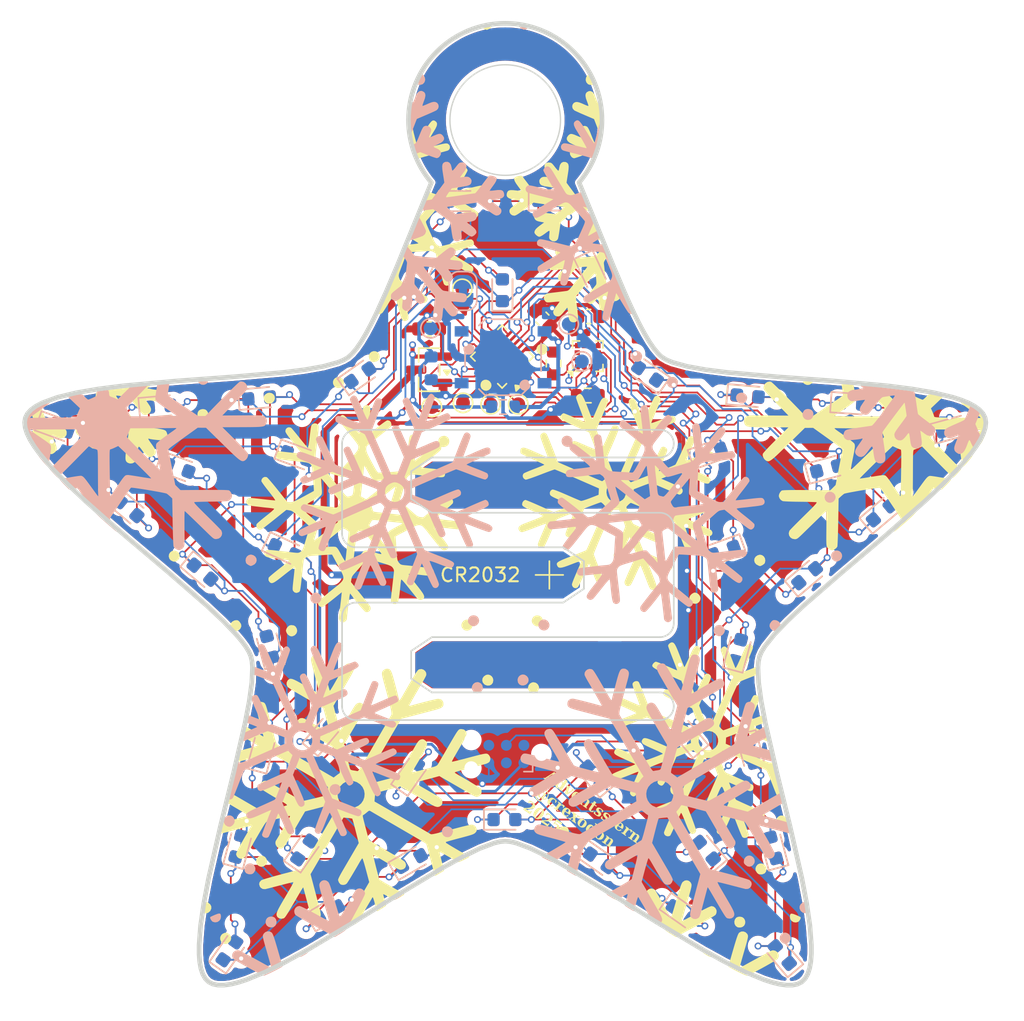
<source format=kicad_pcb>
(kicad_pcb (version 20241229) (generator "pcbnew") (generator_version "9.0")
  (layers (0 "F.Cu" signal "Front") (2 "B.Cu" signal "Back") (13 "F.Paste" user) (15 "B.Paste" user) (5 "F.SilkS" user "F.Silkscreen") (7 "B.SilkS" user "B.Silkscreen") (1 "F.Mask" user) (3 "B.Mask" user) (25 "Edge.Cuts" user))
  (net 0 "")
  (net 1 "GND")
  (net 2 "+BATT")
  (net 3 "VDD")
  (net 4 "LED_C7")
  (net 5 "LED_C1")
  (net 6 "LED_C6")
  (net 7 "LED_C5")
  (net 8 "LED_C4")
  (net 9 "LED_C3")
  (net 10 "LED_C2")
  (net 14 "SWIO")
  (net 15 "USER_BTN")
  (net 16 "SCL")
  (net 17 "SDA")
  (net 18 "Net-(U1-PD3)")
  (net 19 "Net-(U1-PD4)")
  (net 20 "Net-(U1-PD5)")
  (net 21 "Net-(U1-PD6)")
  (net 22 "Net-(U1-PD7)")
  (net 23 "Net-(U2-~{CS})")
  (net 24 "Net-(U2-SDO)")
  (net 25 "INT1")
  (net 26 "INT2")
  (net 28 "Net-(U1-PC4)")
  (footprint "LED_SMD:LED_0603_1608Metric" (layer "F.Cu") (at 132.5 116 75)
    (property "Reference" "D45" (hide yes))
    (property "Value" "LED")
  )
  (footprint "LED_SMD:LED_0603_1608Metric" (layer "F.Cu") (at 156.55 117.75 130)
    (property "Reference" "D31" (hide yes))
    (property "Value" "LED")
  )
  (footprint "LED_SMD:LED_0603_1608Metric" (layer "F.Cu") (at 175.15 90.85 -4)
    (property "Reference" "D3" (hide yes))
    (property "Value" "LED")
  )
  (footprint "LED_SMD:LED_0603_1608Metric" (layer "F.Cu") (at 146.8 76.2)
    (property "Reference" "D75" (hide yes))
    (property "Value" "LED")
  )
  (footprint "LED_SMD:LED_0603_1608Metric" (layer "F.Cu") (at 149.9 82.65 90)
    (property "Reference" "D81" (hide yes))
    (property "Value" "LED")
  )
  (footprint "LED_SMD:LED_0603_1608Metric" (layer "F.Cu") (at 128.2 103.05 -40)
    (property "Reference" "D55" (hide yes))
    (property "Value" "LED")
  )
  (footprint "TestPoint:TestPoint_Pad_D1.0mm" (layer "F.Cu") (at 147 82.55)
    (property "Reference" "TP9" (hide yes))
    (property "Value" "TestPoint_Small")
  )
  (footprint "LED_SMD:LED_0603_1608Metric" (layer "F.Cu") (at 169.5 123 105)
    (property "Reference" "D21" (hide yes))
    (property "Value" "LED")
  )
  (footprint "LED_SMD:LED_0603_1608Metric" (layer "F.Cu") (at 139.6 88.8 35)
    (property "Reference" "D71" (hide yes))
    (property "Value" "LED")
  )
  (footprint "LED_SMD:LED_0603_1608Metric" (layer "F.Cu") (at 156.382812 81.413717 -65)
    (property "Reference" "D79" (hide yes))
    (property "Value" "LED")
  )
  (footprint "LED_SMD:LED_0603_1608Metric" (layer "F.Cu") (at 130.15 130.45 55)
    (property "Reference" "D41" (hide yes))
    (property "Value" "LED")
  )
  (footprint "Package_TO_SOT_SMD:SOT-23" (layer "F.Cu") (at 144.6 88.4 180)
    (property "Reference" "Q1" (hide yes))
    (property "Value" "AO3401A")
  )
  (footprint "LED_SMD:LED_0603_1608Metric" (layer "F.Cu") (at 166.95 108.7 75)
    (property "Reference" "D17" (hide yes))
    (property "Value" "LED")
  )
  (footprint "LED_SMD:LED_0603_1608Metric" (layer "F.Cu") (at 164.65 123.2 130)
    (property "Reference" "D29" (hide yes))
    (property "Value" "LED")
  )
  (footprint "LED_SMD:LED_0603_1608Metric" (layer "F.Cu") (at 117.7 92.6 -20)
    (property "Reference" "D59" (hide yes))
    (property "Value" "LED")
  )
  (footprint "LED_SMD:LED_0603_1608Metric" (layer "F.Cu") (at 134.15 101.45 -25)
    (property "Reference" "D67" (hide yes))
    (property "Value" "LED")
  )
  (footprint "LED_SMD:LED_0603_1608Metric" (layer "F.Cu") (at 167.623352 90.317745 -5)
    (property "Reference" "D1" (hide yes))
    (property "Value" "LED")
  )
  (footprint "LED_SMD:LED_0603_1608Metric" (layer "F.Cu") (at 126.45 95.5 -20)
    (property "Reference" "D65" (hide yes))
    (property "Value" "LED")
  )
  (footprint "LED_SMD:LED_0603_1608Metric" (layer "F.Cu") (at 163.3 114.9 130)
    (property "Reference" "D33" (hide yes))
    (property "Value" "LED")
  )
  (footprint "LED_SMD:LED_0603_1608Metric" (layer "F.Cu") (at 130.8 122.9 75)
    (property "Reference" "D43" (hide yes))
    (property "Value" "LED")
  )
  (footprint "LED_SMD:LED_0603_1608Metric" (layer "F.Cu") (at 160.4 88.7 145)
    (property "Reference" "D83" (hide yes))
    (property "Value" "LED")
  )
  (footprint "LED_SMD:LED_0603_1608Metric" (layer "F.Cu") (at 153.2875 76.15)
    (property "Reference" "D77" (hide yes))
    (property "Value" "LED")
  )
  (footprint "LED_SMD:LED_0603_1608Metric" (layer "F.Cu") (at 150.05 120.95)
    (property "Reference" "D35" (hide yes))
    (property "Value" "LED")
  )
  (footprint "LED_SMD:LED_0603_1608Metric" (layer "F.Cu") (at 156.9 123.9 -35)
    (property "Reference" "D27" (hide yes))
    (property "Value" "LED")
  )
  (footprint "LED_SMD:LED_0603_1608Metric" (layer "F.Cu") (at 135.05 94.65 -20)
    (property "Reference" "D69" (hide yes))
    (property "Value" "LED")
  )
  (footprint "LED_SMD:LED_0603_1608Metric" (layer "F.Cu") (at 136.95 114.75 50)
    (property "Reference" "D51" (hide yes))
    (property "Value" "LED")
  )
  (footprint "TestPoint:TestPoint_Pad_D1.0mm" (layer "F.Cu") (at 147.05 90.8)
    (property "Reference" "TP3" (hide yes))
    (property "Value" "TestPoint_Small")
  )
  (footprint "LED_SMD:LED_0603_1608Metric" (layer "F.Cu") (at 122.85 98.45 -40)
    (property "Reference" "D57" (hide yes))
    (property "Value" "LED")
  )
  (footprint "Resistor_SMD:R_0603_1608Metric" (layer "F.Cu") (at 153.6 87.95 -90)
    (property "Reference" "R2" (hide yes))
    (property "Value" "2k2")
  )
  (footprint "LED_SMD:LED_0603_1608Metric" (layer "F.Cu") (at 135.55 123.15 55)
    (property "Reference" "D47" (hide yes))
    (property "Value" "LED")
  )
  (footprint "Capacitor_SMD:C_0603_1608Metric" (layer "F.Cu") (at 152.8 84.7 135)
    (property "Reference" "C3" (hide yes))
    (property "Value" "100n")
  )
  (footprint "LED_SMD:LED_0603_1608Metric" (layer "F.Cu") (at 170.15 130.75 130)
    (property "Reference" "D23" (hide yes))
    (property "Value" "LED")
  )
  (footprint "LED_SMD:LED_0603_1608Metric" (layer "F.Cu") (at 177.35 98.75 40)
    (property "Reference" "D7" (hide yes))
    (property "Value" "LED")
  )
  (footprint "TestPoint:TestPoint_Pad_D1.0mm" (layer "F.Cu") (at 149.05 90.9)
    (property "Reference" "TP4" (hide yes))
    (property "Value" "TestPoint_Small")
  )
  (footprint "LED_SMD:LED_0603_1608Metric" (layer "F.Cu") (at 137.3 127.65 30)
    (property "Reference" "D39" (hide yes))
    (property "Value" "LED")
  )
  (footprint "Capacitor_SMD:C_0603_1608Metric" (layer "F.Cu") (at 156.15 84.55 180)
    (property "Reference" "C2" (hide yes))
    (property "Value" "100n")
  )
  (footprint "LED_SMD:LED_0603_1608Metric" (layer "F.Cu") (at 143.85 81.45 65)
    (property "Reference" "D73" (hide yes))
    (property "Value" "LED")
  )
  (footprint "cr2032_pcb:CR2032_PCBcutout" (layer "F.Cu") (at 155.8 103.25)
    (property "Reference" "BT1" (hide yes))
    (property "Value" "CR2032" (hide yes))
    (fp_line (start -17.5 -9.5) (end -17.5 -3) (stroke (width 0.12)) (layer "Edge.Cuts"))
    (fp_line (start -17.5 3) (end -17.5 9.5) (stroke (width 0.12)) (layer "Edge.Cuts"))
    (fp_line (start -16.5 -2) (end -1.5 -2) (stroke (width 0.12)) (layer "Edge.Cuts"))
    (fp_line (start -16.5 10.5) (end 5.5 10.5) (stroke (width 0.12)) (layer "Edge.Cuts"))
    (fp_line (start -12.5 -7.5) (end -11 -8.5) (stroke (width 0.12)) (layer "Edge.Cuts"))
    (fp_line (start -12.5 -5.5) (end -12.5 -7.5) (stroke (width 0.12)) (layer "Edge.Cuts"))
    (fp_line (start -12.5 5.5) (end -11 4.5) (stroke (width 0.12)) (layer "Edge.Cuts"))
    (fp_line (start -12.5 7.5) (end -12.5 5.5) (stroke (width 0.12)) (layer "Edge.Cuts"))
    (fp_line (start -11 -8.5) (end 5.5 -8.5) (stroke (width 0.12)) (layer "Edge.Cuts"))
    (fp_line (start -11 -4.5) (end -12.5 -5.5) (stroke (width 0.12)) (layer "Edge.Cuts"))
    (fp_line (start -11 4.5) (end 5.5 4.5) (stroke (width 0.12)) (layer "Edge.Cuts"))
    (fp_line (start -11 8.5) (end -12.5 7.5) (stroke (width 0.12)) (layer "Edge.Cuts"))
    (fp_line (start -1.5 -2) (end 0 -1) (stroke (width 0.12)) (layer "Edge.Cuts"))
    (fp_line (start -1.5 2) (end -16.5 2) (stroke (width 0.12)) (layer "Edge.Cuts"))
    (fp_line (start 0 -1) (end 0 1) (stroke (width 0.12)) (layer "Edge.Cuts"))
    (fp_line (start 0 1) (end -1.5 2) (stroke (width 0.12)) (layer "Edge.Cuts"))
    (fp_line (start 5.5 -10.5) (end -16.5 -10.5) (stroke (width 0.12)) (layer "Edge.Cuts"))
    (fp_line (start 5.5 -4.5) (end -11 -4.5) (stroke (width 0.12)) (layer "Edge.Cuts"))
    (fp_line (start 5.5 8.5) (end -11 8.5) (stroke (width 0.12)) (layer "Edge.Cuts"))
    (fp_line (start 6.5 3.5) (end 6.5 -3.5) (stroke (width 0.12)) (layer "Edge.Cuts"))
    (fp_arc (start -17.5 -9.5) (mid -17.207107 -10.207107) (end -16.5 -10.5) (stroke (width 0.12)) (layer "Edge.Cuts"))
    (fp_arc (start -17.5 3) (mid -17.207107 2.292893) (end -16.5 2) (stroke (width 0.12)) (layer "Edge.Cuts"))
    (fp_arc (start -16.5 -2) (mid -17.207107 -2.292893) (end -17.5 -3) (stroke (width 0.12)) (layer "Edge.Cuts"))
    (fp_arc (start -16.5 10.5) (mid -17.207107 10.207107) (end -17.5 9.5) (stroke (width 0.12)) (layer "Edge.Cuts"))
    (fp_arc (start 5.5 -10.5) (mid 6.207107 -10.207107) (end 6.5 -9.5) (stroke (width 0.12)) (layer "Edge.Cuts"))
    (fp_arc (start 5.5 -4.5) (mid 6.207107 -4.207107) (end 6.5 -3.5) (stroke (width 0.12)) (layer "Edge.Cuts"))
    (fp_arc (start 5.5 8.5) (mid 6.207107 8.792893) (end 6.5 9.5) (stroke (width 0.12)) (layer "Edge.Cuts"))
    (fp_arc (start 6.5 -9.5) (mid 6.207107 -8.792893) (end 5.5 -8.5) (stroke (width 0.12)) (layer "Edge.Cuts"))
    (fp_arc (start 6.5 3.5) (mid 6.207107 4.207107) (end 5.5 4.5) (stroke (width 0.12)) (layer "Edge.Cuts"))
    (fp_arc (start 6.5 9.5) (mid 6.207107 10.207107) (end 5.5 10.5) (stroke (width 0.12)) (layer "Edge.Cuts"))
  )
  (footprint "LED_SMD:LED_0603_1608Metric" (layer "F.Cu") (at 171.95 103.3 40)
    (property "Reference" "D9" (hide yes))
    (property "Value" "LED")
  )
  (footprint "Capacitor_SMD:C_0603_1608Metric" (layer "F.Cu") (at 144.6 85.45 180)
    (property "Reference" "C1" (hide yes))
    (property "Value" "47u")
  )
  (footprint "LED_SMD:LED_0603_1608Metric" (layer "F.Cu") (at 143.3 117.6 55)
    (property "Reference" "D49" (hide yes))
    (property "Value" "LED")
  )
  (footprint "Package_LGA:LGA-12_2x2mm_P0.5mm" (layer "F.Cu") (at 156.079518 87.419362 90)
    (property "Reference" "U2" (hide yes))
    (property "Value" "SC7A20")
  )
  (footprint "Resistor_SMD:R_0603_1608Metric" (layer "F.Cu") (at 156.079518 90.269362 180)
    (property "Reference" "R3" (hide yes))
    (property "Value" "2k2")
  )
  (footprint "TestPoint:TestPoint_Pad_D1.0mm" (layer "F.Cu") (at 151.05 90.9)
    (property "Reference" "TP5" (hide yes))
    (property "Value" "TestPoint_Small")
  )
  (footprint "LOGO" (layer "F.Cu") (at 150.138872 99.985942)
    (property "Reference" "G***" (hide yes))
    (property "Value" "LOGO" (hide yes))
  )
  (footprint "LED_SMD:LED_0603_1608Metric" (layer "F.Cu") (at 182.5 92.65 15)
    (property "Reference" "D5" (hide yes))
    (property "Value" "LED")
  )
  (footprint "LED_SMD:LED_0603_1608Metric" (layer "F.Cu") (at 164.95 94.4 20)
    (property "Reference" "D13" (hide yes))
    (property "Value" "LED")
  )
  (footprint "Package_DFN_QFN:QFN-20-1EP_3x3mm_P0.4mm_EP1.65x1.65mm" (layer "F.Cu") (at 149.881815 87.45073 135)
    (property "Reference" "U1" (hide yes))
    (property "Value" "CH32V003FxUx")
  )
  (footprint "TestPoint:TestPoint_Pad_D1.0mm" (layer "F.Cu") (at 144.8 91.1)
    (property "Reference" "TP2" (hide yes))
    (property "Value" "TestPoint_Small")
  )
  (footprint "LED_SMD:LED_0603_1608Metric" (layer "F.Cu") (at 173.4 95.55 15)
    (property "Reference" "D11" (hide yes))
    (property "Value" "LED")
  )
  (footprint "LED_SMD:LED_0603_1608Metric" (layer "F.Cu") (at 165.9 101.5 -160)
    (property "Reference" "D15" (hide yes))
    (property "Value" "LED")
  )
  (footprint "LED_SMD:LED_0603_1608Metric" (layer "F.Cu") (at 133.05 108.45 105)
    (property "Reference" "D53" (hide yes))
    (property "Value" "LED")
  )
  (footprint "LED_SMD:LED_0603_1608Metric" (layer "F.Cu") (at 125.1 91.05 5)
    (property "Reference" "D61" (hide yes))
    (property "Value" "LED")
  )
  (footprint "LED_SMD:LED_0603_1608Metric" (layer "F.Cu") (at 162.9 127.7 -35)
    (property "Reference" "D25" (hide yes))
    (property "Value" "LED")
  )
  (footprint "LED_SMD:LED_0603_1608Metric" (layer "F.Cu") (at 132.3 90.45 5)
    (property "Reference" "D63" (hide yes))
    (property "Value" "LED")
  )
  (footprint "LED_SMD:LED_0603_1608Metric" (layer "F.Cu") (at 167.9 116.1 -75)
    (property "Reference" "D19" (hide yes))
    (property "Value" "LED")
  )
  (footprint "LED_SMD:LED_0603_1608Metric" (layer "F.Cu") (at 143.3 123.95 30)
    (property "Reference" "D37" (hide yes))
    (property "Value" "LED")
  )
  (footprint "LED_SMD:LED_0603_1608Metric" (layer "B.Cu") (at 182.5 92.65 15)
    (property "Reference" "D6" (hide yes))
    (property "Value" "LED")
  )
  (footprint "LED_SMD:LED_0603_1608Metric" (layer "B.Cu") (at 150.05 120.95)
    (property "Reference" "D36" (hide yes))
    (property "Value" "LED")
  )
  (footprint "LED_SMD:LED_0603_1608Metric" (layer "B.Cu") (at 125.1 91.05 5)
    (property "Reference" "D62" (hide yes))
    (property "Value" "LED")
  )
  (footprint "LOGO" (layer "B.Cu") (at 150.102664 99.976744 180)
    (property "Reference" "G***" (hide yes))
    (property "Value" "LOGO" (hide yes))
  )
  (footprint "LED_SMD:LED_0603_1608Metric" (layer "B.Cu") (at 164.65 123.2 130)
    (property "Reference" "D30" (hide yes))
    (property "Value" "LED")
  )
  (footprint "TestPoint:TestPoint_Pad_D1.0mm" (layer "B.Cu") (at 144.7 85.4)
    (property "Reference" "TP1" (hide yes))
    (property "Value" "TestPoint_Small")
  )
  (footprint "LED_SMD:LED_0603_1608Metric" (layer "B.Cu") (at 134.15 101.45 -25)
    (property "Reference" "D68" (hide yes))
    (property "Value" "LED")
  )
  (footprint "LED_SMD:LED_0603_1608Metric" (layer "B.Cu") (at 156.55 117.75 130)
    (property "Reference" "D32" (hide yes))
    (property "Value" "LED")
  )
  (footprint "LED_SMD:LED_0603_1608Metric" (layer "B.Cu") (at 167.65 90.3 -5)
    (property "Reference" "D2" (hide yes))
    (property "Value" "LED")
  )
  (footprint "LED_SMD:LED_0603_1608Metric" (layer "B.Cu") (at 167.9 116.1 -75)
    (property "Reference" "D20" (hide yes))
    (property "Value" "LED")
  )
  (footprint "LED_SMD:LED_0603_1608Metric" (layer "B.Cu") (at 137.3 127.65 30)
    (property "Reference" "D40" (hide yes))
    (property "Value" "LED")
  )
  (footprint "LED_SMD:LED_0603_1608Metric" (layer "B.Cu") (at 133.05 108.45 105)
    (property "Reference" "D54" (hide yes))
    (property "Value" "LED")
  )
  (footprint "LED_SMD:LED_0603_1608Metric" (layer "B.Cu") (at 170.15 130.75 130)
    (property "Reference" "D24" (hide yes))
    (property "Value" "LED")
  )
  (footprint "TestPoint:TestPoint_Pad_D1.0mm" (layer "B.Cu") (at 154.7 85.1)
    (property "Reference" "TP7" (hide yes))
    (property "Value" "TestPoint_Small")
  )
  (footprint "LED_SMD:LED_0603_1608Metric" (layer "B.Cu") (at 177.35 98.75 40)
    (property "Reference" "D8" (hide yes))
    (property "Value" "LED")
  )
  (footprint "LED_SMD:LED_0603_1608Metric" (layer "B.Cu") (at 166.95 108.7 75)
    (property "Reference" "D18" (hide yes))
    (property "Value" "LED")
  )
  (footprint "Jumper:SolderJumper-2_P1.3mm_Bridged_RoundedPad1.0x1.5mm" (layer "B.Cu") (at 147.05 82.7 90)
    (property "Reference" "JP1" (hide yes))
    (property "Value" "SolderJumper_2_Bridged")
  )
  (footprint "LED_SMD:LED_0603_1608Metric" (layer "B.Cu") (at 149.9 82.65 90)
    (property "Reference" "D82" (hide yes))
    (property "Value" "LED")
  )
  (footprint "LED_SMD:LED_0603_1608Metric" (layer "B.Cu") (at 146.8 76.2)
    (property "Reference" "D76" (hide yes))
    (property "Value" "LED")
  )
  (footprint "LED_SMD:LED_0603_1608Metric" (layer "B.Cu") (at 165.9 101.5 -160)
    (property "Reference" "D16" (hide yes))
    (property "Value" "LED")
  )
  (footprint "LED_SMD:LED_0603_1608Metric" (layer "B.Cu") (at 169.5 123 105)
    (property "Reference" "D22" (hide yes))
    (property "Value" "LED")
  )
  (footprint "LED_SMD:LED_0603_1608Metric" (layer "B.Cu") (at 117.7 92.6 -20)
    (property "Reference" "D60" (hide yes))
    (property "Value" "LED")
  )
  (footprint "LED_SMD:LED_0603_1608Metric" (layer "B.Cu") (at 143.85 81.45 65)
    (property "Reference" "D74" (hide yes))
    (property "Value" "LED")
  )
  (footprint "LED_SMD:LED_0603_1608Metric" (layer "B.Cu") (at 171.95 103.3 40)
    (property "Reference" "D10" (hide yes))
    (property "Value" "LED")
  )
  (footprint "LED_SMD:LED_0603_1608Metric" (layer "B.Cu") (at 156.382812 81.413717 -65)
    (property "Reference" "D80" (hide yes))
    (property "Value" "LED")
  )
  (footprint "LED_SMD:LED_0603_1608Metric" (layer "B.Cu") (at 132.5 116 75)
    (property "Reference" "D46" (hide yes))
    (property "Value" "LED")
  )
  (footprint "Resistor_SMD:R_0603_1608Metric" (layer "B.Cu") (at 144.75 88.3 90)
    (property "Reference" "R1" (hide yes))
    (property "Value" "10k")
  )
  (footprint "LED_SMD:LED_0603_1608Metric" (layer "B.Cu") (at 132.3 90.45 5)
    (property "Reference" "D64" (hide yes))
    (property "Value" "LED")
  )
  (footprint "Connector:Tag-Connect_TC2030-IDC-NL_2x03_P1.27mm_Vertical" (layer "B.Cu") (at 150.187003 116.210522 180)
    (property "Reference" "J1" (hide yes))
    (property "Value" "TC2030")
  )
  (footprint "LED_SMD:LED_0603_1608Metric" (layer "B.Cu") (at 175.15 90.85 -4)
    (property "Reference" "D4" (hide yes))
    (property "Value" "LED")
  )
  (footprint "Resistor_SMD:R_0603_1608Metric" (layer "B.Cu") (at 149.95 91.1)
    (property "Reference" "R4" (hide yes))
    (property "Value" "0")
  )
  (footprint "Button_Switch_SMD:SW_Push_1P1T_XKB_TS-1187A" (layer "B.Cu") (at 149.95 87.5)
    (property "Reference" "SW1" (hide yes))
    (property "Value" "SW_Push_Dual")
  )
  (footprint "LED_SMD:LED_0603_1608Metric" (layer "B.Cu") (at 126.45 95.5 -20)
    (property "Reference" "D66" (hide yes))
    (property "Value" "LED")
  )
  (footprint "LED_SMD:LED_0603_1608Metric" (layer "B.Cu") (at 156.9 123.9 -35)
    (property "Reference" "D28" (hide yes))
    (property "Value" "LED")
  )
  (footprint "LED_SMD:LED_0603_1608Metric" (layer "B.Cu") (at 143.3 123.95 30)
    (property "Reference" "D38" (hide yes))
    (property "Value" "LED")
  )
  (footprint "LED_SMD:LED_0603_1608Metric" (layer "B.Cu") (at 130.15 130.45 55)
    (property "Reference" "D42" (hide yes))
    (property "Value" "LED")
  )
  (footprint "LED_SMD:LED_0603_1608Metric" (layer "B.Cu") (at 143.3 117.6 55)
    (property "Reference" "D50" (hide yes))
    (property "Value" "LED")
  )
  (footprint "LED_SMD:LED_0603_1608Metric" (layer "B.Cu") (at 162.9 127.7 -35)
    (property "Reference" "D26" (hide yes))
    (property "Value" "LED")
  )
  (footprint "LED_SMD:LED_0603_1608Metric" (layer "B.Cu") (at 122.85 98.45 -40)
    (property "Reference" "D58" (hide yes))
    (property "Value" "LED")
  )
  (footprint "LED_SMD:LED_0603_1608Metric" (layer "B.Cu") (at 136.95 114.75 50)
    (property "Reference" "D52" (hide yes))
    (property "Value" "LED")
  )
  (footprint "LED_SMD:LED_0603_1608Metric" (layer "B.Cu") (at 173.4 95.55 15)
    (property "Reference" "D12" (hide yes))
    (property "Value" "LED")
  )
  (footprint "LED_SMD:LED_0603_1608Metric" (layer "B.Cu") (at 153.2875 76.15)
    (property "Reference" "D78" (hide yes))
    (property "Value" "LED")
  )
  (footprint "LED_SMD:LED_0603_1608Metric" (layer "B.Cu") (at 160.4 88.7 145)
    (property "Reference" "D84" (hide yes))
    (property "Value" "LED")
  )
  (footprint "LED_SMD:LED_0603_1608Metric" (layer "B.Cu") (at 164.95 94.4 20)
    (property "Reference" "D14" (hide yes))
    (property "Value" "LED")
  )
  (footprint "LED_SMD:LED_0603_1608Metric" (layer "B.Cu") (at 128.2 103.05 -40)
    (property "Reference" "D56" (hide yes))
    (property "Value" "LED")
  )
  (footprint "LED_SMD:LED_0603_1608Metric" (layer "B.Cu") (at 139.6 88.8 35)
    (property "Reference" "D72" (hide yes))
    (property "Value" "LED")
  )
  (footprint "LED_SMD:LED_0603_1608Metric" (layer "B.Cu") (at 163.3 114.9 130)
    (property "Reference" "D34" (hide yes))
    (property "Value" "LED")
  )
  (footprint "TestPoint:TestPoint_Pad_D1.0mm" (layer "B.Cu") (at 155.65 87.8)
    (property "Reference" "TP8" (hide yes))
    (property "Value" "TestPoint_Small")
  )
  (footprint "LED_SMD:LED_0603_1608Metric" (layer "B.Cu") (at 135.55 123.15 55)
    (property "Reference" "D48" (hide yes))
    (property "Value" "LED")
  )
  (footprint "LED_SMD:LED_0603_1608Metric" (layer "B.Cu") (at 130.8 122.9 75)
    (property "Reference" "D44" (hide yes))
    (property "Value" "LED")
  )
  (footprint "LED_SMD:LED_0603_1608Metric" (layer "B.Cu") (at 135.05 94.65 -20)
    (property "Reference" "D70" (hide yes))
    (property "Value" "LED")
  )
  (gr_poly (pts (xy 152.5 84.45) (xy 153.6 84.15) (xy 153.4 83.75) (xy 152.25 83.7) (xy 152.5 84.4)) (stroke (width 0.1)) (fill yes) (layer "F.Cu") (net 1))
  (gr_poly (pts (xy 151.65 86.75) (xy 152.15 86.75) (xy 152.7 86.25) (xy 152.9 85.4) (xy 153.35 85.85) (xy 152.8 86.4) (xy 152.8 86.65) (xy 152.75 86.7) (xy 152.5 86.7) (xy 152.2 87) (xy 151.5 87)) (stroke (width 0.1)) (fill yes) (layer "F.Cu") (net 3))
  (gr_poly (pts (xy 150.312078 66.341472) (xy 150.515215 66.356919) (xy 150.715399 66.382356) (xy 150.912378 66.417533) (xy 151.105901 66.462198) (xy 151.295716 66.516099) (xy 151.481573 66.578986) (xy 151.663219 66.650607) (xy 151.840404 66.730711) (xy 152.012876 66.819046) (xy 152.180384 66.915361) (xy 152.342677 67.019404) (xy 152.499503 67.130926) (xy 152.65061 67.249673) (xy 152.795748 67.375395) (xy 152.934666 67.50784) (xy 153.067111 67.646758) (xy 153.192833 67.791896) (xy 153.31158 67.943003) (xy 153.423101 68.099829) (xy 153.527145 68.262122) (xy 153.62346 68.42963) (xy 153.711795 68.602102) (xy 153.791898 68.779287) (xy 153.863519 68.960933) (xy 153.926406 69.14679) (xy 153.980308 69.336605) (xy 154.024972 69.530128) (xy 154.060149 69.727107) (xy 154.085586 69.92729) (xy 154.101033 70.130428) (xy 154.106238 70.336267) (xy 154.101033 70.542107) (xy 154.085586 70.745244) (xy 154.060149 70.945428) (xy 154.024972 71.142407) (xy 153.980308 71.335929) (xy 153.926406 71.525745) (xy 153.863519 71.711601) (xy 153.791898 71.893248) (xy 153.711795 72.070433) (xy 153.62346 72.242905) (xy 153.527145 72.410413) (xy 153.423101 72.572705) (xy 153.31158 72.729531) (xy 153.192833 72.880639) (xy 153.067111 73.025777) (xy 152.934666 73.164694) (xy 152.795748 73.29714) (xy 152.65061 73.422862) (xy 152.499503 73.541609) (xy 152.342677 73.65313) (xy 152.180384 73.757174) (xy 152.012876 73.853489) (xy 151.840404 73.941824) (xy 151.663219 74.021927) (xy 151.481573 74.093548) (xy 151.295716 74.156435) (xy 151.105901 74.210337) (xy 150.912378 74.255001) (xy 150.715399 74.290178) (xy 150.515215 74.315616) (xy 150.312078 74.331062) (xy 150.106238 74.336267) (xy 149.900398 74.331062) (xy 149.697261 74.315616) (xy 149.497077 74.290178) (xy 149.300098 74.255001) (xy 149.106575 74.210337) (xy 148.91676 74.156435) (xy 148.730903 74.093548) (xy 148.549257 74.021927) (xy 148.372072 73.941824) (xy 148.1996 73.853489) (xy 148.032092 73.757174) (xy 147.869799 73.65313) (xy 147.712973 73.541609) (xy 147.561866 73.422862) (xy 147.416728 73.29714) (xy 147.27781 73.164694) (xy 147.145365 73.025777) (xy 147.019643 72.880639) (xy 146.900896 72.729531) (xy 146.789375 72.572705) (xy 146.685331 72.410413) (xy 146.589016 72.242905) (xy 146.500681 72.070433) (xy 146.420578 71.893248) (xy 146.348957 71.711601) (xy 146.28607 71.525745) (xy 146.232168 71.335929) (xy 146.187504 71.142407) (xy 146.152327 70.945428) (xy 146.12689 70.745244) (xy 146.111443 70.542107) (xy 146.106238 70.336267) (xy 146.111443 70.130428) (xy 146.12689 69.92729) (xy 146.152327 69.727107) (xy 146.187504 69.530128) (xy 146.232168 69.336605) (xy 146.28607 69.14679) (xy 146.348957 68.960933) (xy 146.420578 68.779287) (xy 146.500681 68.602102) (xy 146.589016 68.42963) (xy 146.685331 68.262122) (xy 146.789375 68.099829) (xy 146.900896 67.943003) (xy 147.019643 67.791896) (xy 147.145365 67.646758) (xy 147.27781 67.50784) (xy 147.416728 67.375395) (xy 147.561866 67.249673) (xy 147.712973 67.130926) (xy 147.869799 67.019404) (xy 148.032092 66.915361) (xy 148.1996 66.819046) (xy 148.372072 66.730711) (xy 148.549257 66.650607) (xy 148.730903 66.578986) (xy 148.91676 66.516099) (xy 149.106575 66.462198) (xy 149.300098 66.417533) (xy 149.497077 66.382356) (xy 149.697261 66.356919) (xy 149.900398 66.341472) (xy 150.106238 66.336267)) (stroke (width 0.1)) (fill no) (layer "Edge.Cuts"))
  (gr_poly (pts (xy 150.10623 63.336278) (xy 150.106185 63.336277) (xy 150.106276 63.336277)) (stroke (width 0.337353)) (fill no) (layer "Edge.Cuts"))
  (gr_poly (pts (xy 150.4533 63.344871) (xy 150.79806 63.370513) (xy 151.139891 63.412966) (xy 151.478219 63.471992) (xy 151.81247 63.547352) (xy 152.14207 63.63881) (xy 152.466445 63.746128) (xy 152.785022 63.869068) (xy 153.097227 64.007393) (xy 153.402487 64.160864) (xy 153.700226 64.329244) (xy 153.989872 64.512296) (xy 154.270851 64.709782) (xy 154.542588 64.921464) (xy 154.80451 65.147104) (xy 155.056044 65.386466) (xy 155.295413 65.637994) (xy 155.52106 65.899911) (xy 155.732749 66.171644) (xy 155.930243 66.452619) (xy 156.113302 66.742262) (xy 156.28169 67.039999) (xy 156.435169 67.345257) (xy 156.573501 67.657462) (xy 156.696449 67.976041) (xy 156.803775 68.30042) (xy 156.895241 68.630025) (xy 156.97061 68.964283) (xy 157.029644 69.302619) (xy 157.072106 69.644461) (xy 157.097757 69.989235) (xy 157.10636 70.336366) (xy 157.09951 70.646152) (xy 157.079055 70.954264) (xy 157.045146 71.260285) (xy 156.997938 71.563799) (xy 156.937581 71.864388) (xy 156.86423 72.161636) (xy 156.778037 72.455124) (xy 156.679154 72.744437) (xy 156.567735 73.029158) (xy 156.443932 73.308868) (xy 156.307899 73.583152) (xy 156.159787 73.851591) (xy 155.99975 74.11377) (xy 155.82794 74.36927) (xy 155.644511 74.617676) (xy 155.449614 74.85857) (xy 157.11868 78.923301) (xy 157.92934 80.901652) (xy 158.715278 82.752516) (xy 159.096913 83.608701) (xy 159.469892 84.407287) (xy 159.833388 85.139697) (xy 160.186577 85.797356) (xy 160.528632 86.371688) (xy 160.858728 86.854116) (xy 161.17604 87.236066) (xy 161.329644 87.386681) (xy 161.479743 87.50896) (xy 161.797217 87.696152) (xy 162.204904 87.865974) (xy 163.265467 88.159154) (xy 164.610535 88.399785) (xy 166.189211 88.599155) (xy 169.843797 88.919252) (xy 173.82205 89.209736) (xy 177.716792 89.560893) (xy 179.505603 89.78744) (xy 181.120846 90.063014) (xy 182.511622 90.398901) (xy 183.106931 90.592989) (xy 183.627036 90.806387) (xy 184.065576 91.040507) (xy 184.416189 91.296759) (xy 184.672513 91.576553) (xy 184.828185 91.881302) (xy 184.881369 92.219351) (xy 184.838457 92.596375) (xy 184.705424 93.009776) (xy 184.488247 93.456956) (xy 184.192903 93.935316) (xy 183.825367 94.442258) (xy 182.897626 95.531493) (xy 181.752836 96.703876) (xy 180.438808 97.93862) (xy 177.494278 100.512041) (xy 174.446522 103.085461) (xy 171.678027 105.492587) (xy 170.51803 106.581823) (xy 169.57128 107.567124) (xy 168.885588 108.427705) (xy 168.655579 108.804729) (xy 168.508765 109.142778) (xy 168.42884 109.50256) (xy 168.393312 109.942771) (xy 168.442212 111.042022) (xy 168.629005 112.395613) (xy 168.927227 113.958625) (xy 169.752115 117.533241) (xy 170.705186 121.406527) (xy 171.574744 125.219139) (xy 171.912053 126.990396) (xy 172.1491 128.611731) (xy 172.259422 130.038224) (xy 172.258792 130.664369) (xy 172.216559 131.224959) (xy 172.129413 131.71438) (xy 171.994048 132.127017) (xy 171.807156 132.457255) (xy 171.565428 132.69948) (xy 171.26036 132.854525) (xy 170.888531 132.930222) (xy 170.45426 132.931451) (xy 169.961863 132.863093) (xy 169.41566 132.730029) (xy 168.819967 132.537139) (xy 167.497384 131.991408) (xy 166.028657 131.264945) (xy 164.448328 130.396798) (xy 161.091035 128.39164) (xy 157.701845 126.288309) (xy 154.557096 124.399179) (xy 153.162742 123.632557) (xy 151.933126 123.036626) (xy 150.90279 122.650433) (xy 150.473147 122.54819) (xy 150.106276 122.513025) (xy 149.739405 122.54819) (xy 149.309761 122.650433) (xy 148.279423 123.036626) (xy 147.049806 123.632557) (xy 145.655451 124.399179) (xy 142.5107 126.288309) (xy 139.121508 128.39164) (xy 135.764214 130.396798) (xy 134.183886 131.264945) (xy 132.715159 131.991408) (xy 131.392576 132.537139) (xy 130.796884 132.730029) (xy 130.25068 132.863093) (xy 129.758284 132.931451) (xy 129.324014 132.930222) (xy 128.952186 132.854525) (xy 128.647118 132.69948) (xy 128.40539 132.457255) (xy 128.218498 132.127017) (xy 128.083132 131.71438) (xy 127.995987 131.224959) (xy 127.953753 130.664369) (xy 127.953123 130.038224) (xy 128.063445 128.611731) (xy 128.300491 126.990396) (xy 128.6378 125.219139) (xy 129.50736 121.406527) (xy 130.460431 117.533241) (xy 131.28532 113.958625) (xy 131.583542 112.395613) (xy 131.770334 111.042022) (xy 131.819234 109.942771) (xy 131.783705 109.50256) (xy 131.70378 109.142778) (xy 131.556965 108.804729) (xy 131.326957 108.427705) (xy 131.019732 108.014304) (xy 130.641265 107.567124) (xy 129.694515 106.581823) (xy 128.534518 105.492587) (xy 125.766023 103.085461) (xy 122.718267 100.512041) (xy 121.209193 99.214937) (xy 119.773737 97.93862) (xy 118.459708 96.703877) (xy 117.314919 95.531494) (xy 116.387178 94.442259) (xy 116.019643 93.935317) (xy 115.724298 93.456957) (xy 115.507122 93.009778) (xy 115.37409 92.596377) (xy 115.331178 92.219352) (xy 115.384363 91.881303) (xy 115.540035 91.576555) (xy 115.796358 91.29676) (xy 116.146971 91.040508) (xy 116.585511 90.806388) (xy 117.700924 90.398902) (xy 119.0917 90.063015) (xy 120.706943 89.787441) (xy 122.495754 89.560894) (xy 126.390496 89.209736) (xy 130.368748 88.919253) (xy 134.023336 88.599155) (xy 135.602012 88.399785) (xy 136.947081 88.159154) (xy 138.007645 87.865974) (xy 138.415333 87.696152) (xy 138.732808 87.50896) (xy 139.036509 87.236066) (xy 139.35382 86.854117) (xy 139.683915 86.371689) (xy 140.02597 85.797358) (xy 140.379159 85.1397) (xy 140.742655 84.407291) (xy 141.497271 82.752525) (xy 142.283215 80.901667) (xy 143.093883 78.923327) (xy 144.762976 74.858631) (xy 144.568078 74.617739) (xy 144.384647 74.369335) (xy 144.212836 74.113836) (xy 144.052797 73.851659) (xy 143.904683 73.583219) (xy 143.768647 73.308936) (xy 143.644841 73.029224) (xy 143.533419 72.744502) (xy 143.434533 72.455186) (xy 143.348337 72.161693) (xy 143.274982 71.86444) (xy 143.214622 71.563844) (xy 143.167409 71.260322) (xy 143.133496 70.95429) (xy 143.113037 70.646166) (xy 143.106183 70.336367) (xy 143.114782 69.989251) (xy 143.140429 69.644491) (xy 143.182886 69.302661) (xy 143.241916 68.964334) (xy 143.317281 68.630084) (xy 143.408743 68.300485) (xy 143.516066 67.97611) (xy 143.63901 67.657535) (xy 143.777338 67.345331) (xy 143.930814 67.040074) (xy 144.099198 66.742337) (xy 144.282254 66.452693) (xy 144.479744 66.171716) (xy 144.69143 65.899981) (xy 144.917074 65.638061) (xy 145.156439 65.38653) (xy 145.40797 65.147165) (xy 145.66989 64.921521) (xy 145.941625 64.709836) (xy 146.222601 64.512346) (xy 146.512244 64.329291) (xy 146.809981 64.160906) (xy 147.115238 64.007431) (xy 147.427441 63.869103) (xy 147.746017 63.746158) (xy 148.070391 63.638836) (xy 148.39999 63.547374) (xy 148.73424 63.472009) (xy 149.072568 63.412979) (xy 149.414399 63.370522) (xy 149.759159 63.344875) (xy 150.10623 63.336278)) (stroke (width 0.337353)) (fill no) (layer "Edge.Cuts"))
  (gr_text "Adventsstern\n@crexodon\n2025" (at 152.3 118.8 325) (layer "F.SilkS") (effects (font (size 0.8 0.8) (thickness 0.2) (bold yes)) (justify left)))
  (segment (start 153.4 92.256) (end 141.906 92.256) (width 0.254) (layer "F.Cu") (net 1))
  (segment (start 157.1 92.25) (end 157.094 92.256) (width 0.254) (layer "F.Cu") (net 1))
  (segment (start 153.4 91.2865) (end 153.4 92.256) (width 0.254) (layer "F.Cu") (net 1))
  (segment (start 141.906 92.256) (end 141.7 92.05) (width 0.254) (layer "F.Cu") (net 1))
  (segment (start 151.189963 88.193192) (end 150.447501 87.45073) (width 0.127) (layer "F.Cu") (net 1))
  (segment (start 144.445738 84.484656) (end 144.4 84.530394) (width 0.254) (layer "F.Cu") (net 1))
  (segment (start 148.45 118.35) (end 152.75 118.35) (width 0.254) (layer "F.Cu") (net 1))
  (segment (start 150.447501 87.45073) (end 149.881815 87.45073) (width 0.127) (layer "F.Cu") (net 1))
  (segment (start 156.829518 88.729369) (end 156.538621 89.020266) (width 0.127) (layer "F.Cu") (net 1))
  (segment (start 152.251992 84.151992) (end 153.298008 84.151992) (width 0.127) (layer "F.Cu") (net 1))
  (segment (start 156.829518 88.181862) (end 156.829518 88.729369) (width 0.127) (layer "F.Cu") (net 1))
  (segment (start 162.25 92.35) (end 162.15 92.25) (width 0.254) (layer "F.Cu") (net 1))
  (segment (start 155.829518 86.656862) (end 156.329518 86.656862) (width 0.127) (layer "F.Cu") (net 1))
  (segment (start 155.55 85.65) (end 155.829518 85.929518) (width 0.127) (layer "F.Cu") (net 1))
  (segment (start 157.094 92.256) (end 153.4 92.256) (width 0.254) (layer "F.Cu") (net 1))
  (segment (start 156.538621 89.020266) (end 156.538621 89.104459) (width 0.127) (layer "F.Cu") (net 1))
  (segment (start 163 93.093616) (end 162.578192 92.671808) (width 0.254) (layer "F.Cu") (net 1))
  (segment (start 144.4 84.530394) (end 144.4 84.875) (width 0.254) (layer "F.Cu") (net 1))
  (segment (start 162.578192 92.671808) (end 162.571808 92.671808) (width 0.254) (layer "F.Cu") (net 1))
  (segment (start 155.829518 85.929518) (end 155.829518 86.656862) (width 0.127) (layer "F.Cu") (net 1))
  (segment (start 151.189963 88.193192) (end 151.95 88.953229) (width 0.127) (layer "F.Cu") (net 1))
  (segment (start 155.375 84.55) (end 155.375 85.475) (width 0.127) (layer "F.Cu") (net 1))
  (segment (start 155.375 85.475) (end 155.55 85.65) (width 0.127) (layer "F.Cu") (net 1))
  (segment (start 152.75 118.35) (end 153.9 117.2) (width 0.254) (layer "F.Cu") (net 1))
  (segment (start 153.298008 84.151992) (end 153.5 83.95) (width 0.127) (layer "F.Cu") (net 1))
  (segment (start 163 93.6) (end 163 93.093616) (width 0.254) (layer "F.Cu") (net 1))
  (segment (start 156.829518 88.181862) (end 156.831862 88.181862) (width 0.127) (layer "F.Cu") (net 1))
  (segment (start 162.571808 92.671808) (end 162.25 92.35) (width 0.254) (layer "F.Cu") (net 1))
  (segment (start 162.6 96.85) (end 163 96.45) (width 0.254) (layer "F.Cu") (net 1))
  (segment (start 145.8 90.3) (end 145.8 89.6125) (width 0.254) (layer "F.Cu") (net 1))
  (segment (start 144.4 84.875) (end 143.825 85.45) (width 0.254) (layer "F.Cu") (net 1))
  (segment (start 163 96.45) (end 163 93.6) (width 0.254) (layer "F.Cu") (net 1))
  (segment (start 145.8 89.6125) (end 145.5375 89.35) (width 0.254) (layer "F.Cu") (net 1))
  (segment (start 151.95 88.953229) (end 151.95 89.3) (width 0.127) (layer "F.Cu") (net 1))
  (segment (start 162.15 92.25) (end 157.1 92.25) (width 0.254) (layer "F.Cu") (net 1))
  (via (at 162.75 109.75) (size 0.5) (drill 0.3) (layers "F.Cu" "B.Cu") (net 1))
  (via (at 153.5 83.95) (size 0.5) (drill 0.3) (layers "F.Cu" "B.Cu") (net 1))
  (via (at 163.2 99.7) (size 0.5) (drill 0.3) (layers "F.Cu" "B.Cu") (net 1))
  (via (at 155.55 85.65) (size 0.5) (drill 0.3) (layers "F.Cu" "B.Cu") (net 1))
  (via (at 162.6 96.85) (size 0.5) (drill 0.3) (layers "F.Cu" "B.Cu") (net 1))
  (via (at 148.45 118.35) (size 0.5) (drill 0.3) (layers "F.Cu" "B.Cu") (net 1))
  (via (at 163.25 102.95) (size 0.5) (drill 0.3) (layers "F.Cu" "B.Cu") (net 1))
  (via (at 145.05 84.45) (size 0.5) (drill 0.3) (layers "F.Cu" "B.Cu") (net 1))
  (via (at 151.95 89.3) (size 0.5) (drill 0.3) (layers "F.Cu" "B.Cu") (net 1))
  (via (at 163.35 105.8) (size 0.5) (drill 0.3) (layers "F.Cu" "B.Cu") (net 1))
  (via (at 144.445738 84.484656) (size 0.5) (drill 0.3) (layers "F.Cu" "B.Cu") (net 1))
  (via (at 156.538621 89.104459) (size 0.5) (drill 0.3) (layers "F.Cu" "B.Cu") (net 1))
  (via (at 153.9 117.2) (size 0.5) (drill 0.3) (layers "F.Cu" "B.Cu") (net 1))
  (via (at 145.8 90.3) (size 0.5) (drill 0.3) (layers "F.Cu" "B.Cu") (net 1))
  (via (at 153.4 91.2865) (size 0.5) (drill 0.3) (layers "F.Cu" "B.Cu") (net 1))
  (segment (start 144.445738 84.484656) (end 143.872 85.058394) (width 0.254) (layer "B.Cu") (net 1))
  (segment (start 143.947 88.278) (end 143.947 89.549246) (width 0.254) (layer "B.Cu") (net 1))
  (segment (start 155.55 85.65) (end 156.538621 86.638621) (width 0.254) (layer "B.Cu") (net 1))
  (segment (start 151.5 88.85) (end 151.95 89.3) (width 0.254) (layer "B.Cu") (net 1))
  (segment (start 144.480394 84.45) (end 144.445738 84.484656) (width 0.254) (layer "B.Cu") (net 1))
  (segment (start 143.947 89.549246) (end 144.697754 90.3) (width 0.254) (layer "B.Cu") (net 1))
  (segment (start 156.672 115.522) (end 155.010584 115.522) (width 0.254) (layer "B.Cu") (net 1))
  (segment (start 143.872 85.058394) (end 143.872 86.197) (width 0.254) (layer "B.Cu") (net 1))
  (segment (start 144.697754 90.3) (end 145.8 90.3) (width 0.254) (layer "B.Cu") (net 1))
  (segment (start 153.5 83.95) (end 154.720969 83.95) (width 0.254) (layer "B.Cu") (net 1))
  (segment (start 143.872 86.197) (end 144.75 87.075) (width 0.254) (layer "B.Cu") (net 1))
  (segment (start 144.75 87.475) (end 143.947 88.278) (width 0.254) (layer "B.Cu") (net 1))
  (segment (start 162.75 110.85) (end 165.25 113.35) (width 0.254) (layer "B.Cu") (net 1))
  (segment (start 149.947 90.297) (end 149.95 90.3) (width 0.254) (layer "B.Cu") (net 1))
  (segment (start 149.95 90.3) (end 149.95 91.502246) (width 0.254) (layer "B.Cu") (net 1))
  (segment (start 144.75 87.075) (end 144.75 87.475) (width 0.254) (layer "B.Cu") (net 1))
  (segment (start 165.25 116.2085) (end 164.7305 116.728) (width 0.254) (layer "B.Cu") (net 1))
  (segment (start 164.7305 116.728) (end 157.878 116.728) (width 0.254) (layer "B.Cu") (net 1))
  (segment (start 154.720969 83.95) (end 155.55 84.779031) (width 0.254) (layer "B.Cu") (net 1))
  (segment (start 149.95 91.502246) (end 150.350754 91.903) (width 0.254) (layer "B.Cu") (net 1))
  (segment (start 156.538621 86.638621) (end 156.538621 89.104459) (width 0.254) (layer "B.Cu") (net 1))
  (segment (start 152.7835 91.903) (end 153.4 91.2865) (width 0.254) (layer "B.Cu") (net 1))
  (segment (start 146.05 86.9) (end 146.85 87.7) (width 0.254) (layer "B.Cu") (net 1))
  (segment (start 148.917003 116.845522) (end 148.917003 117.882997) (width 0.127) (layer "B.Cu") (net 1))
  (segment (start 146.05 85.05) (end 146.05 86.9) (width 0.254) (layer "B.Cu") (net 1))
  (segment (start 150.350754 91.903) (end 152.7835 91.903) (width 0.254) (layer "B.Cu") (net 1))
  (segment (start 155.55 84.779031) (end 155.55 85.65) (width 0.254) (layer "B.Cu") (net 1))
  (segment (start 146.85 87.7) (end 147.4 87.7) (width 0.254) (layer "B.Cu") (net 1))
  (segment (start 157.878 116.728) (end 156.672 115.522) (width 0.254) (layer "B.Cu") (net 1))
  (segment (start 145.05 84.45) (end 144.480394 84.45) (width 0.254) (layer "B.Cu") (net 1))
  (segment (start 149.95 88.85) (end 151.5 88.85) (width 0.254) (layer "B.Cu") (net 1))
  (segment (start 145.8 90.3) (end 145.803 90.297) (width 0.254) (layer "B.Cu") (net 1))
  (segment (start 145.05 84.45) (end 145.45 84.45) (width 0.254) (layer "B.Cu") (net 1))
  (segment (start 145.45 84.45) (end 146.05 85.05) (width 0.254) (layer "B.Cu") (net 1))
  (segment (start 145.803 90.297) (end 149.947 90.297) (width 0.254) (layer "B.Cu") (net 1))
  (segment (start 162.75 109.75) (end 162.75 110.85) (width 0.254) (layer "B.Cu") (net 1))
  (segment (start 154.717416 91.1) (end 156.538621 89.278795) (width 0.254) (layer "B.Cu") (net 1))
  (segment (start 147.4 87.7) (end 148.55 88.85) (width 0.254) (layer "B.Cu") (net 1))
  (segment (start 148.917003 117.882997) (end 148.45 118.35) (width 0.127) (layer "B.Cu") (net 1))
  (segment (start 148.55 88.85) (end 149.95 88.85) (width 0.254) (layer "B.Cu") (net 1))
  (segment (start 153.4 91.2865) (end 153.5865 91.1) (width 0.254) (layer "B.Cu") (net 1))
  (segment (start 156.538621 89.278795) (end 156.538621 89.104459) (width 0.254) (layer "B.Cu") (net 1))
  (segment (start 149.95 88.85) (end 149.95 90.3) (width 0.254) (layer "B.Cu") (net 1))
  (segment (start 153.9 116.632584) (end 153.9 117.2) (width 0.254) (layer "B.Cu") (net 1))
  (segment (start 165.25 113.35) (end 165.25 116.2085) (width 0.254) (layer "B.Cu") (net 1))
  (segment (start 155.010584 115.522) (end 153.9 116.632584) (width 0.254) (layer "B.Cu") (net 1))
  (segment (start 153.5865 91.1) (end 154.717416 91.1) (width 0.254) (layer "B.Cu") (net 1))
  (segment (start 137 92.95) (end 138.1 91.85) (width 0.5) (layer "F.Cu") (net 2))
  (segment (start 138.1 91.85) (end 140.2125 91.85) (width 0.5) (layer "F.Cu") (net 2))
  (segment (start 140.2125 91.85) (end 143.6625 88.4) (width 0.5) (layer "F.Cu") (net 2))
  (segment (start 137.55 103.25) (end 137 102.7) (width 0.5) (layer "F.Cu") (net 2))
  (segment (start 137 102.7) (end 137 92.95) (width 0.5) (layer "F.Cu") (net 2))
  (via (at 137.55 103.25) (size 0.5) (drill 0.3) (layers "F.Cu" "B.Cu") (net 2))
  (segment (start 148.3 103.25) (end 137.55 103.25) (width 0.5) (layer "B.Cu") (net 2))
  (segment (start 156.7 89.65) (end 156.904518 89.854518) (width 0.127) (layer "F.Cu") (net 3))
  (segment (start 155.8 89.10288) (end 156.329518 88.573362) (width 0.127) (layer "F.Cu") (net 3))
  (segment (start 145.5375 87.45) (end 145.5375 85.6125) (width 0.3) (layer "F.Cu") (net 3))
  (segment (start 156.904518 89.854518) (end 156.904518 90.269362) (width 0.127) (layer "F.Cu") (net 3))
  (segment (start 145.5375 87.45) (end 143.55 87.45) (width 0.3) (layer "F.Cu") (net 3))
  (segment (start 156.25 89.65) (end 155.8 89.2) (width 0.127) (layer "F.Cu") (net 3))
  (segment (start 152.166673 86.991111) (end 152.628892 86.528892) (width 0.127) (layer "F.Cu") (net 3))
  (segment (start 156.7 89.65) (end 156.25 89.65) (width 0.127) (layer "F.Cu") (net 3))
  (segment (start 156.829518 84.645482) (end 156.925 84.55) (width 0.127) (layer "F.Cu") (net 3))
  (segment (start 156.925 86.56138) (end 156.829518 86.656862) (width 0.127) (layer "F.Cu") (net 3))
  (segment (start 156.829518 86.656862) (end 156.829518 84.645482) (width 0.127) (layer "F.Cu") (net 3))
  (segment (start 156.329518 88.573362) (end 156.329518 88.181862) (width 0.127) (layer "F.Cu") (net 3))
  (segment (start 155.8 89.2) (end 155.8 89.10288) (width 0.127) (layer "F.Cu") (net 3))
  (segment (start 156.925 84.55) (end 156.95 84.55) (width 0.127) (layer "F.Cu") (net 3))
  (segment (start 156.099 83.724) (end 154.872016 83.724) (width 0.3) (layer "F.Cu") (net 3))
  (segment (start 143.4 87.3) (end 143.4 86.6) (width 0.3) (layer "F.Cu") (net 3))
  (segment (start 154.2 86.15) (end 154.2 86.1) (width 0.3) (layer "F.Cu") (net 3))
  (segment (start 154.2 86.1) (end 153.348008 85.248008) (width 0.3) (layer "F.Cu") (net 3))
  (segment (start 153.225 87.125) (end 153.6 87.125) (width 0.127) (layer "F.Cu") (net 3))
  (segment (start 153.348008 85.809776) (end 153.348008 85.248008) (width 0.127) (layer "F.Cu") (net 3))
  (segment (start 142.65 91.372) (end 143.422 90.6) (width 0.2) (layer "F.Cu") (net 3))
  (segment (start 153.95 86.4) (end 154.2 86.15) (width 0.3) (layer "F.Cu") (net 3))
  (segment (start 142.65 91.5) (end 142.65 91.372) (width 0.2) (layer "F.Cu") (net 3))
  (segment (start 151.472805 86.991111) (end 152.166673 86.991111) (width 0.127) (layer "F.Cu") (net 3))
  (segment (start 152.628892 86.528892) (end 153.225 87.125) (width 0.127) (layer "F.Cu") (net 3))
  (segment (start 143.55 87.45) (end 143.4 87.3) (width 0.3) (layer "F.Cu") (net 3))
  (segment (start 156.925 84.55) (end 156.099 83.724) (width 0.3) (layer "F.Cu") (net 3))
  (segment (start 145.5375 85.6125) (end 145.375 85.45) (width 0.3) (layer "F.Cu") (net 3))
  (segment (start 152.628892 86.528892) (end 153.348008 85.809776) (width 0.127) (layer "F.Cu") (net 3))
  (segment (start 154.872016 83.724) (end 153.348008 85.248008) (width 0.3) (layer "F.Cu") (net 3))
  (via (at 153.95 86.4) (size 0.5) (drill 0.3) (layers "F.Cu" "B.Cu") (net 3))
  (via (at 143.4 86.6) (size 0.5) (drill 0.3) (layers "F.Cu" "B.Cu") (net 3))
  (via (at 155.8 89.2) (size 0.5) (drill 0.3) (layers "F.Cu" "B.Cu") (net 3))
  (via (at 143.422 90.6) (size 0.5) (drill 0.3) (layers "F.Cu" "B.Cu") (net 3))
  (via (at 142.65 91.5) (size 0.5) (drill 0.3) (layers "F.Cu" "B.Cu") (net 3))
  (via (at 143.4 87.3) (size 0.5) (drill 0.3) (layers "F.Cu" "B.Cu") (net 3))
  (segment (start 143.422 90.6) (end 143.422 90.672) (width 0.3) (layer "B.Cu") (net 3))
  (segment (start 153.95 86.4) (end 153.7 86.15) (width 0.3) (layer "B.Cu") (net 3))
  (segment (start 153.475 86.15) (end 152.95 85.625) (width 0.3) (layer "B.Cu") (net 3))
  (segment (start 136.689904 102.689328) (end 136.7 102.679232) (width 0.2) (layer "B.Cu") (net 3))
  (segment (start 136.689904 113.125577) (end 136.689904 102.689328) (width 0.2) (layer "B.Cu") (net 3))
  (segment (start 153.95 89.7) (end 153.95 89.8) (width 0.3) (layer "B.Cu") (net 3))
  (segment (start 153.95 86.4) (end 153.95 89.7) (width 0.3) (layer "B.Cu") (net 3))
  (segment (start 143.4 89.35) (end 143.4 87.3) (width 0.3) (layer "B.Cu") (net 3))
  (segment (start 136.7 102.679232) (end 136.7 99.9) (width 0.2) (layer "B.Cu") (net 3))
  (segment (start 149.401525 118.901) (end 148.118975 118.901) (width 0.2) (layer "B.Cu") (net 3))
  (segment (start 145.101 115.883025) (end 145.101 115.821768) (width 0.2) (layer "B.Cu") (net 3))
  (segment (start 153.95 89.8) (end 152.65 91.1) (width 0.3) (layer "B.Cu") (net 3))
  (segment (start 142.25 91.9) (end 142.65 91.5) (width 0.2) (layer "B.Cu") (net 3))
  (segment (start 137.3 92.85) (end 138.25 91.9) (width 0.2) (layer "B.Cu") (net 3))
  (segment (start 143.422 90.672) (end 143.65 90.9) (width 0.3) (layer "B.Cu") (net 3))
  (segment (start 152.95 85.625) (end 153.0145 85.6895) (width 0.127) (layer "B.Cu") (net 3))
  (segment (start 143.422 89.372) (end 143.4 89.35) (width 0.3) (layer "B.Cu") (net 3))
  (segment (start 138.478232 115.801) (end 138.021768 115.801) (width 0.2) (layer "B.Cu") (net 3))
  (segment (start 146.7355 85.8395) (end 146.95 85.625) (width 0.127) (layer "B.Cu") (net 3))
  (segment (start 138.021768 115.801) (end 136.596099 114.375331) (width 0.2) (layer "B.Cu") (net 3))
  (segment (start 145.101 115.821768) (end 144.778232 115.499) (width 0.2) (layer "B.Cu") (net 3))
  (segment (start 149.125 91.1) (end 143.85 91.1) (width 0.254) (layer "B.Cu") (net 3))
  (segment (start 137.3 99.3) (end 137.3 92.85) (width 0.2) (layer "B.Cu") (net 3))
  (segment (start 138.780232 115.499) (end 138.478232 115.801) (width 0.2) (layer "B.Cu") (net 3))
  (segment (start 143.85 91.1) (end 143.65 90.9) (width 0.254) (layer "B.Cu") (net 3))
  (segment (start 136.596099 114.375331) (end 136.596099 113.219382) (width 0.2) (layer "B.Cu") (net 3))
  (segment (start 138.25 91.9) (end 142.25 91.9) (width 0.2) (layer "B.Cu") (net 3))
  (segment (start 151.457003 116.845522) (end 149.401525 118.901) (width 0.2) (layer "B.Cu") (net 3))
  (segment (start 153.7 86.15) (end 153.475 86.15) (width 0.3) (layer "B.Cu") (net 3))
  (segment (start 136.7 99.9) (end 137.3 99.3) (width 0.2) (layer "B.Cu") (net 3))
  (segment (start 152.65 91.1) (end 150.775 91.1) (width 0.3) (layer "B.Cu") (net 3))
  (segment (start 148.118975 118.901) (end 145.101 115.883025) (width 0.2) (layer "B.Cu") (net 3))
  (segment (start 153.95 89.7) (end 155.3 89.7) (width 0.127) (layer "B.Cu") (net 3))
  (segment (start 144.778232 115.499) (end 138.780232 115.499) (width 0.2) (layer "B.Cu") (net 3))
  (segment (start 143.422 90.6) (end 143.422 89.372) (width 0.3) (layer "B.Cu") (net 3))
  (segment (start 136.596099 113.219382) (end 136.689904 113.125577) (width 0.2) (layer "B.Cu") (net 3))
  (segment (start 155.3 89.7) (end 155.8 89.2) (width 0.127) (layer "B.Cu") (net 3))
  (segment (start 153.691988 90.772) (end 152.278 90.772) (width 0.127) (layer "F.Cu") (net 4))
  (segment (start 135.098309 123.795081) (end 135.098309 123.748309) (width 0.127) (layer "F.Cu") (net 4))
  (segment (start 131.15 92.1) (end 131.515497 91.734503) (width 0.127) (layer "F.Cu") (net 4))
  (segment (start 144.182811 80.736283) (end 144.182811 80.167189) (width 0.127) (layer "F.Cu") (net 4))
  (segment (start 147.4327 85.5673) (end 144.765399 82.9) (width 0.127) (layer "F.Cu") (net 4))
  (segment (start 146.7355 86.2645) (end 147.4327 85.5673) (width 0.127) (layer "F.Cu") (net 4))
  (segment (start 141.85 121.25) (end 144.05 119.05) (width 0.127) (layer "F.Cu") (net 4))
  (segment (start 135.098309 123.795081) (end 139.304919 123.795081) (width 0.127) (layer "F.Cu") (net 4))
  (segment (start 130.381365 90.518635) (end 130.3 90.6) (width 0.127) (layer "F.Cu") (net 4))
  (segment (start 146.0125 76.2) (end 146.0125 77.0875) (width 0.127) (layer "F.Cu") (net 4))
  (segment (start 135.098309 123.748309) (end 134.35 123) (width 0.127) (layer "F.Cu") (net 4))
  (segment (start 139.792113 91.3355) (end 142.05 89.077613) (width 0.127) (layer "F.Cu") (net 4))
  (segment (start 131.15 100.9) (end 131.15 92.1) (width 0.127) (layer "F.Cu") (net 4))
  (segment (start 155.698309 123.448309) (end 155.2 122.95) (width 0.127) (layer "F.Cu") (net 4))
  (segment (start 144.765399 82.9) (end 144.45 82.9) (width 0.127) (layer "F.Cu") (net 4))
  (segment (start 135.4 91.8) (end 135.8645 91.3355) (width 0.127) (layer "F.Cu") (net 4))
  (segment (start 173.104933 90.795067) (end 173.05 90.85) (width 0.127) (layer "F.Cu") (net 4))
  (segment (start 174.364419 90.795067) (end 173.104933 90.795067) (width 0.127) (layer "F.Cu") (net 4))
  (segment (start 142.05 85.3) (end 144.45 82.9) (width 0.127) (layer "F.Cu") (net 4))
  (segment (start 135.5 111.5) (end 135.5 105.25) (width 0.127) (layer "F.Cu") (net 4))
  (segment (start 143.9355 89.5145) (end 145.414502 88.035498) (width 0.127) (layer "F.Cu") (net 4))
  (segment (start 127.2 90.6) (end 130.3 90.6) (width 0.127) (layer "F.Cu") (net 4))
  (segment (start 132.70382 115.239334) (end 132.70382 114.29618) (width 0.127) (layer "F.Cu") (net 4))
  (segment (start 158.5365 91.8) (end 154.719988 91.8) (width 0.127) (layer "F.Cu") (net 4))
  (segment (start 127.1 90.7) (end 127.2 90.6) (width 0.127) (layer "F.Cu") (net 4))
  (segment (start 161.951692 89.151692) (end 161.045083 89.151692) (width 0.127) (layer "F.Cu") (net 4))
  (segment (start 126.818635 90.981365) (end 127.1 90.7) (width 0.127) (layer "F.Cu") (net 4))
  (segment (start 132.70382 114.29618) (end 133.05 113.95) (width 0.127) (layer "F.Cu") (net 4))
  (segment (start 158.675181 91.551381) (end 158.618594 91.607968) (width 0.127) (layer "F.Cu") (net 4))
  (segment (start 144.8 79.55) (end 144.8 78.3) (width 0.127) (layer "F.Cu") (net 4))
  (segment (start 149.2375 81.2) (end 148.9 81.2) (width 0.127) (layer "F.Cu") (net 4))
  (segment (start 158.618594 91.607968) (end 158.618594 91.717906) (width 0.127) (layer "F.Cu") (net 4))
  (segment (start 162.35 89.55) (end 164.15 89.55) (width 0.127) (layer "F.Cu") (net 4))
  (segment (start 148.573667 86.708268) (end 147.4327 85.5673) (width 0.127) (layer "F.Cu") (net 4))
  (segment (start 172.75 90.55) (end 173.05 90.85) (width 0.127) (layer "F.Cu") (net 4))
  (segment (start 139.304919 123.795081) (end 141.85 121.25) (width 0.127) (layer "F.Cu") (net 4))
  (segment (start 146.0125 77.0875) (end 145.4 77.7) (width 0.127) (layer "F.Cu") (net 4))
  (segment (start 169.75 90.55) (end 172.75 90.55) (width 0.127) (layer "F.Cu") (net 4))
  (segment (start 168.407855 90.38638) (end 169.58638 90.38638) (width 0.127) (layer "F.Cu") (net 4))
  (segment (start 162.3 89.5) (end 161.951692 89.151692) (width 0.127) (layer "F.Cu") (net 4))
  (segment (start 144.182811 80.167189) (end 144.8 79.55) (width 0.127) (layer "F.Cu") (net 4))
  (segment (start 144.45 82.9) (end 144.45 81.003472) (width 0.127) (layer "F.Cu") (net 4))
  (segment (start 152.278 90.772) (end 151.1855 91.8645) (width 0.127) (layer "F.Cu") (net 4))
  (segment (start 133.05 113.95) (end 135.5 111.5) (width 0.127) (layer "F.Cu") (net 4))
  (segment (start 147.25 79.55) (end 148.9 81.2) (width 0.127) (layer "F.Cu") (net 4))
  (segment (start 144.483333 91.8645) (end 143.9355 91.316667) (width 0.127) (layer "F.Cu") (net 4))
  (segment (start 164.051691 128.151691) (end 164.55 128.65) (width 0.127) (layer "F.Cu") (net 4))
  (segment (start 151.1855 91.8645) (end 144.483333 91.8645) (width 0.127) (layer "F.Cu") (net 4))
  (segment (start 163.545081 128.151691) (end 164.051691 128.151691) (width 0.127) (layer "F.Cu") (net 4))
  (segment (start 135.8645 91.3355) (end 139.792113 91.3355) (width 0.127) (layer "F.Cu") (net 4))
  (segment (start 142.05 89.077613) (end 142.05 85.3) (width 0.127) (layer "F.Cu") (net 4))
  (segment (start 146.7355 87.579848) (end 146.7355 86.2645) (width 0.127) (layer "F.Cu") (net 4))
  (segment (start 131.515497 90.518635) (end 130.381365 90.518635) (width 0.127) (layer "F.Cu") (net 4))
  (segment (start 154.719988 91.8) (end 153.691988 90.772) (width 0.127) (layer "F.Cu") (net 4))
  (segment (start 125.884503 90.981365) (end 126.818635 90.981365) (width 0.127) (layer "F.Cu") (net 4))
  (segment (start 143.9355 91.316667) (end 143.9355 89.5145) (width 0.127) (layer "F.Cu") (net 4))
  (segment (start 164.15 89.55) (end 165.607745 91.007745) (width 0.127) (layer "F.Cu") (net 4))
  (segment (start 135.5 105.25) (end 131.15 100.9) (width 0.127) (layer "F.Cu") (net 4))
  (segment (start 169.58638 90.38638) (end 169.75 90.55) (width 0.127) (layer "F.Cu") (net 4))
  (segment (start 145.414502 88.035498) (end 146.27985 88.035498) (width 0.127) (layer "F.Cu") (net 4))
  (segment (start 165.607745 91.007745) (end 167.78649 91.007745) (width 0.127) (layer "F.Cu") (net 4))
  (segment (start 156.254919 123.448309) (end 155.698309 123.448309) (width 0.127) (layer "F.Cu") (net 4))
  (segment (start 167.78649 91.007745) (end 168.407855 90.38638) (width 0.127) (layer "F.Cu") (net 4))
  (segment (start 144.45 81.003472) (end 144.182811 80.736283) (width 0.127) (layer "F.Cu") (net 4))
  (segment (start 158.618594 91.717906) (end 158.5365 91.8) (width 0.127) (layer "F.Cu") (net 4))
  (segment (start 149.9 81.8625) (end 149.2375 81.2) (width 0.127) (layer "F.Cu") (net 4))
  (segment (start 131.515497 91.734503) (end 131.515497 90.518635) (width 0.127) (layer "F.Cu") (net 4))
  (segment (start 146.27985 88.035498) (end 146.7355 87.579848) (width 0.127) (layer "F.Cu") (net 4))
  (segment (start 162.3 89.5) (end 162.35 89.55) (width 0.127) (layer "F.Cu") (net 4))
  (segment (start 144.05 119.05) (end 152 119.05) (width 0.127) (layer "F.Cu") (net 4))
  (segment (start 144.8 78.3) (end 145.4 77.7) (width 0.127) (layer "F.Cu") (net 4))
  (segment (start 144.8 79.55) (end 147.25 79.55) (width 0.127) (layer "F.Cu") (net 4))
  (via (at 164.55 128.65) (size 0.5) (drill 0.3) (layers "F.Cu" "B.Cu") (net 4))
  (via (at 155.2 122.95) (size 0.5) (drill 0.3) (layers "F.Cu" "B.Cu") (net 4))
  (via (at 158.675181 91.551381) (size 0.5) (drill 0.3) (layers "F.Cu" "B.Cu") (net 4))
  (via (at 152 119.05) (size 0.5) (drill 0.3) (layers "F.Cu" "B.Cu") (net 4))
  (via (at 135.4 91.8) (size 0.5) (drill 0.3) (layers "F.Cu" "B.Cu") (net 4))
  (via (at 162.3 89.5) (size 0.5) (drill 0.3) (layers "F.Cu" "B.Cu") (net 4))
  (via (at 169.75 90.55) (size 0.5) (drill 0.3) (layers "F.Cu" "B.Cu") (net 4))
  (via (at 173.05 90.85) (size 0.5) (drill 0.3) (layers "F.Cu" "B.Cu") (net 4))
  (via (at 134.35 123) (size 0.5) (drill 0.3) (layers "F.Cu" "B.Cu") (net 4))
  (via (at 145.4 77.7) (size 0.5) (drill 0.3) (layers "F.Cu" "B.Cu") (net 4))
  (via (at 130.3 90.6) (size 0.5) (drill 0.3) (layers "F.Cu" "B.Cu") (net 4))
  (via (at 127.1 90.7) (size 0.5) (drill 0.3) (layers "F.Cu" "B.Cu") (net 4))
  (via (at 144.8 79.55) (size 0.5) (drill 0.3) (layers "F.Cu" "B.Cu") (net 4))
  (via (at 148.9 81.2) (size 0.5) (drill 0.3) (layers "F.Cu" "B.Cu") (net 4))
  (via (at 133.05 113.95) (size 0.5) (drill 0.3) (layers "F.Cu" "B.Cu") (net 4))
  (segment (start 155.35 122.4) (end 155.35 122.8) (width 0.127) (layer "B.Cu") (net 4))
  (segment (start 163.545081 127.443854) (end 159.549536 123.448309) (width 0.127) (layer "B.Cu") (net 4))
  (segment (start 127.1 90.7) (end 126.818635 90.981365) (width 0.127) (layer "B.Cu") (net 4))
  (segment (start 158.7355 91.972) (end 160.328 91.972) (width 0.127) (layer "B.Cu") (net 4))
  (segment (start 148.9 81.2) (end 149.5625 81.8625) (width 0.127) (layer "B.Cu") (net 4))
  (segment (start 146.0125 77.0875) (end 146.0125 76.2) (width 0.127) (layer "B.Cu") (net 4))
  (segment (start 134.35 123) (end 134.35 123.046772) (width 0.127) (layer "B.Cu") (net 4))
  (segment (start 144.182811 80.167189) (end 144.182811 80.736283) (width 0.127) (layer "B.Cu") (net 4))
  (segment (start 126.818635 90.981365) (end 125.884503 90.981365) (width 0.127) (layer "B.Cu") (net 4))
  (segment (start 160.328 91.972) (end 162.3 90) (width 0.127) (layer "B.Cu") (net 4))
  (segment (start 169.75 90.55) (end 169.568635 90.368635) (width 0.127) (layer "B.Cu") (net 4))
  (segment (start 152 119.05) (end 155.35 122.4) (width 0.127) (layer "B.Cu") (net 4))
  (segment (start 173.104933 90.795067) (end 174.364419 90.795067) (width 0.127) (layer "B.Cu") (net 4))
  (segment (start 134.35 123.046772) (end 135.098309 123.795081) (width 0.127) (layer "B.Cu") (net 4))
  (segment (start 133.05 113.95) (end 132.70382 114.29618) (width 0.127) (layer "B.Cu") (net 4))
  (segment (start 158.618594 91.607968) (end 158.618594 91.855094) (width 0.127) (layer "B.Cu") (net 4))
  (segment (start 164.55 128.65) (end 164.04339 128.65) (width 0.127) (layer "B.Cu") (net 4))
  (segment (start 161.951692 89.151692) (end 161.045083 89.151692) (width 0.127) (layer "B.Cu") (net 4))
  (segment (start 163.545081 128.151691) (end 163.545081 127.443854) (width 0.127) (layer "B.Cu") (net 4))
  (segment (start 149.5625 81.8625) (end 149.9 81.8625) (width 0.127) (layer "B.Cu") (net 4))
  (segment (start 134.35 116.885514) (end 132.70382 115.239334) (width 0.127) (layer "B.Cu") (net 4))
  (segment (start 131.515497 90.518635) (end 132.796862 91.8) (width 0.127) (layer "B.Cu") (net 4))
  (segment (start 162.3 90) (end 162.3 89.5) (width 0.127) (layer "B.Cu") (net 4))
  (segment (start 145.4 77.7) (end 146.0125 77.0875) (width 0.127) (layer "B.Cu") (net 4))
  (segment (start 173.05 90.85) (end 173.104933 90.795067) (width 0.127) (layer "B.Cu") (net 4))
  (segment (start 158.618594 91.855094) (end 158.7355 91.972) (width 0.127) (layer "B.Cu") (net 4))
  (segment (start 155.2 122.95) (end 155.75661 122.95) (width 0.127) (layer "B.Cu") (net 4))
  (segment (start 144.8 79.55) (end 144.182811 80.167189) (width 0.127) (layer "B.Cu") (net 4))
  (segment (start 132.70382 114.29618) (end 132.70382 115.239334) (width 0.127) (layer "B.Cu") (net 4))
  (segment (start 155.35 122.8) (end 155.2 122.95) (width 0.127) (layer "B.Cu") (net 4))
  (segment (start 155.75661 122.95) (end 156.254919 123.448309) (width 0.127) (layer "B.Cu") (net 4))
  (segment (start 158.675181 91.551381) (end 158.618594 91.607968) (width 0.127) (layer "B.Cu") (net 4))
  (segment (start 132.796862 91.8) (end 135.4 91.8) (width 0.127) (layer "B.Cu") (net 4))
  (segment (start 131.434132 90.6) (end 131.515497 90.518635) (width 0.127) (layer "B.Cu") (net 4))
  (segment (start 130.3 90.6) (end 131.434132 90.6) (width 0.127) (layer "B.Cu") (net 4))
  (segment (start 169.568635 90.368635) (end 168.434503 90.368635) (width 0.127) (layer "B.Cu") (net 4))
  (segment (start 159.549536 123.448309) (end 156.254919 123.448309) (width 0.127) (layer "B.Cu") (net 4))
  (segment (start 162.3 89.5) (end 161.951692 89.151692) (width 0.127) (layer "B.Cu") (net 4))
  (segment (start 164.04339 128.65) (end 163.545081 128.151691) (width 0.127) (layer "B.Cu") (net 4))
  (segment (start 134.35 123) (end 134.35 116.885514) (width 0.127) (layer "B.Cu") (net 4))
  (segment (start 178.55 91.15) (end 181.3 93.9) (width 0.127) (layer "F.Cu") (net 5))
  (segment (start 169.45 130.1) (end 169.49674 130.14674) (width 0.127) (layer "F.Cu") (net 5))
  (segment (start 178.897065 97.3) (end 178.9 97.3) (width 0.127) (layer "F.Cu") (net 5))
  (segment (start 159.479874 91.422372) (end 162.872372 91.422372) (width 0.127) (layer "F.Cu") (net 5))
  (segment (start 177.95326 98.243805) (end 177.893805 98.243805) (width 0.127) (layer "F.Cu") (net 5))
  (segment (start 165 95.5) (end 165 95.459348) (width 0.127) (layer "F.Cu") (net 5))
  (segment (start 165.15 102.95) (end 165.15 102.65) (width 0.127) (layer "F.Cu") (net 5))
  (segment (start 165 95.459348) (end 164.209993 94.669341) (width 0.127) (layer "F.Cu") (net 5))
  (segment (start 164.75 95.75) (end 164.75 101.359348) (width 0.127) (layer "F.Cu") (net 5))
  (segment (start 178.9 96.3) (end 178.9 97.3) (width 0.127) (layer "F.Cu") (net 5))
  (segment (start 176.854933 90.904933) (end 177.1 91.15) (width 0.127) (layer "F.Cu") (net 5))
  (segment (start 168.10382 116.860666) (end 168.260666 116.860666) (width 0.127) (layer "F.Cu") (net 5))
  (segment (start 175.935581 90.904933) (end 176.854933 90.904933) (width 0.127) (layer "F.Cu") (net 5))
  (segment (start 164.75 95.75) (end 165 95.5) (width 0.127) (layer "F.Cu") (net 5))
  (segment (start 170.2 124.75) (end 170.2 124) (width 0.127) (layer "F.Cu") (net 5))
  (segment (start 168.4 130.1) (end 169.45 130.1) (width 0.127) (layer "F.Cu") (net 5))
  (segment (start 166.74618 109.54618) (end 166.74618 109.460666) (width 0.127) (layer "F.Cu") (net 5))
  (segment (start 169.70382 130.086725) (end 169.643805 130.14674) (width 0.127) (layer "F.Cu") (net 5))
  (segment (start 181.3 93.00764) (end 181.45382 92.85382) (width 0.127) (layer "F.Cu") (net 5))
  (segment (start 162.95 91.5) (end 164.3 92.85) (width 0.127) (layer "F.Cu") (net 5))
  (segment (start 165.15 102.95) (end 168.7 102.95) (width 0.127) (layer "F.Cu") (net 5))
  (segment (start 177.95326 98.243805) (end 178.897065 97.3) (width 0.127) (layer "F.Cu") (net 5))
  (segment (start 164.3 92.85) (end 168.6 92.85) (width 0.127) (layer "F.Cu") (net 5))
  (segment (start 181.3 93.9) (end 181.3 93.00764) (width 0.127) (layer "F.Cu") (net 5))
  (segment (start 168.7 102.95) (end 170.4 104.65) (width 0.127) (layer "F.Cu") (net 5))
  (segment (start 181.3 93.9) (end 178.9 96.3) (width 0.127) (layer "F.Cu") (net 5))
  (segment (start 169.960667 123.760667) (end 169.70382 123.760667) (width 0.127) (layer "F.Cu") (net 5))
  (segment (start 165.159993 102.640007) (end 165.159993 101.769341) (width 0.127) (layer "F.Cu") (net 5))
  (segment (start 168.6 117.2) (end 168.6 117.75) (width 0.127) (layer "F.Cu") (net 5))
  (segment (start 152.017313 86.123625) (end 151.774606 86.123625) (width 0.127) (layer "F.Cu") (net 5))
  (segment (start 162.872372 91.422372) (end 162.95 91.5) (width 0.127) (layer "F.Cu") (net 5))
  (segment (start 170.2 124) (end 169.960667 123.760667) (width 0.127) (layer "F.Cu") (net 5))
  (segment (start 166.45 110.65) (end 166.45 109.84236) (width 0.127) (layer "F.Cu") (net 5))
  (segment (start 169.643805 125.306195) (end 169.643805 130.14674) (width 0.127) (layer "F.Cu") (net 5))
  (segment (start 177.893805 98.243805) (end 174.99618 95.34618) (width 0.127) (layer "F.Cu") (net 5))
  (segment (start 164.209993 92.940007) (end 164.3 92.85) (width 0.127) (layer "F.Cu") (net 5))
  (segment (start 151.774606 86.123625) (end 151.189963 86.708268) (width 0.127) (layer "F.Cu") (net 5))
  (segment (start 164.75 101.359348) (end 165.159993 101.769341) (width 0.127) (layer "F.Cu") (net 5))
  (segment (start 169.49674 130.14674) (end 169.643805 130.14674) (width 0.127) (layer "F.Cu") (net 5))
  (segment (start 165.74911 90.24911) (end 165.7 90.2) (width 0.127) (layer "F.Cu") (net 5))
  (segment (start 170.502935 104.65) (end 170.4 104.65) (width 0.127) (layer "F.Cu") (net 5))
  (segment (start 170.2 124.75) (end 169.643805 125.306195) (width 0.127) (layer "F.Cu") (net 5))
  (segment (start 177.1 91.15) (end 178.55 91.15) (width 0.127) (layer "F.Cu") (net 5))
  (segment (start 171.34674 103.806195) (end 170.502935 104.65) (width 0.127) (layer "F.Cu") (net 5))
  (segment (start 181.45382 92.85382) (end 181.739333 92.85382) (width 0.127) (layer "F.Cu") (net 5))
  (segment (start 166.45 109.84236) (end 166.74618 109.54618) (width 0.127) (layer "F.Cu") (net 5))
  (segment (start 164.209993 94.669341) (end 164.209993 92.940007) (width 0.127) (layer "F.Cu") (net 5))
  (segment (start 174.160667 94.389333) (end 174.25 94.3) (width 0.127) (layer "F.Cu") (net 5))
  (segment (start 168.260666 116.860666) (end 168.6 117.2) (width 0.127) (layer "F.Cu") (net 5))
  (segment (start 174.160667 95.34618) (end 174.160667 94.389333) (width 0.127) (layer "F.Cu") (net 5))
  (segment (start 174.99618 95.34618) (end 174.160667 95.34618) (width 0.127) (layer "F.Cu") (net 5))
  (segment (start 166.838849 90.24911) (end 165.74911 90.24911) (width 0.127) (layer "F.Cu") (net 5))
  (segment (start 165.15 102.65) (end 165.159993 102.640007) (width 0.127) (layer "F.Cu") (net 5))
  (segment (start 167.612064 116.860666) (end 168.10382 116.860666) (width 0.127) (layer "F.Cu") (net 5))
  (via (at 164.75 95.75) (size 0.5) (drill 0.3) (layers "F.Cu" "B.Cu") (net 5))
  (via (at 166.45 110.65) (size 0.5) (drill 0.3) (layers "F.Cu" "B.Cu") (net 5))
  (via (at 152.017313 86.123625) (size 0.5) (drill 0.3) (layers "F.Cu" "B.Cu") (net 5))
  (via (at 177.1 91.15) (size 0.5) (drill 0.3) (layers "F.Cu" "B.Cu") (net 5))
  (via (at 181.3 93.9) (size 0.5) (drill 0.3) (layers "F.Cu" "B.Cu") (net 5))
  (via (at 178.9 97.3) (size 0.5) (drill 0.3) (layers "F.Cu" "B.Cu") (net 5))
  (via (at 174.25 94.3) (size 0.5) (drill 0.3) (layers "F.Cu" "B.Cu") (net 5))
  (via (at 165.15 102.95) (size 0.5) (drill 0.3) (layers "F.Cu" "B.Cu") (net 5))
  (via (at 170.2 124.75) (size 0.5) (drill 0.3) (layers "F.Cu" "B.Cu") (net 5))
  (via (at 165.7 90.2) (size 0.5) (drill 0.3) (layers "F.Cu" "B.Cu") (net 5))
  (via (at 170.4 104.65) (size 0.5) (drill 0.3) (layers "F.Cu" "B.Cu") (net 5))
  (via (at 168.6 117.75) (size 0.5) (drill 0.3) (layers "F.Cu" "B.Cu") (net 5))
  (via (at 159.479874 91.422372) (size 0.5) (drill 0.3) (layers "F.Cu" "B.Cu") (net 5))
  (via (at 168.4 130.1) (size 0.5) (drill 0.3) (layers "F.Cu" "B.Cu") (net 5))
  (via (at 168.6 92.85) (size 0.5) (drill 0.3) (layers "F.Cu" "B.Cu") (net 5))
  (segment (start 164.75 95.75) (end 165 95.5) (width 0.127) (layer "B.Cu") (net 5))
  (segment (start 169.212064 123.760667) (end 169.70382 123.760667) (width 0.127) (layer "B.Cu") (net 5))
  (segment (start 154.7 83.3) (end 155.95 84.55) (width 0.127) (layer "B.Cu") (net 5))
  (segment (start 168.6 92.85) (end 169.1 92.85) (width 0.127) (layer "B.Cu") (net 5))
  (segment (start 170.4 104.65) (end 170.502935 104.65) (width 0.127) (layer "B.Cu") (net 5))
  (segment (start 170.2 124.75) (end 170.25 124.7) (width 0.127) (layer "B.Cu") (net 5))
  (segment (start 165 95.5) (end 165 95.459348) (width 0.127) (layer "B.Cu") (net 5))
  (segment (start 166.74618 110.09618) (end 166.74618 109.460666) (width 0.127) (layer "B.Cu") (net 5))
  (segment (start 159.457502 91.4) (end 159.479874 91.422372) (width 0.127) (layer "B.Cu") (net 5))
  (segment (start 165.15 102.95) (end 165.15 109.35) (width 0.127) (layer "B.Cu") (net 5))
  (segment (start 168.6 120.1) (end 168.2 120.5) (width 0.127) (layer "B.Cu") (net 5))
  (segment (start 176.180648 91.15) (end 175.935581 90.904933) (width 0.127) (layer "B.Cu") (net 5))
  (segment (start 166.45 110.65) (end 166.45 110.39236) (width 0.127) (layer "B.Cu") (net 5))
  (segment (start 178.9 97.3) (end 178.897065 97.3) (width 0.127) (layer "B.Cu") (net 5))
  (segment (start 168.6 117.75) (end 168.6 117.356846) (width 0.127) (layer "B.Cu") (net 5))
  (segment (start 174.25 95.256847) (end 174.160667 95.34618) (width 0.127) (layer "B.Cu") (net 5))
  (segment (start 178.897065 97.3) (end 177.95326 98.243805) (width 0.127) (layer "B.Cu") (net 5))
  (segment (start 152.195673 85.16819) (end 152.195673 83.654327) (width 0.127) (layer "B.Cu") (net 5))
  (segment (start 168.4 130.1) (end 169.597065 130.1) (width 0.127) (layer "B.Cu") (net 5))
  (segment (start 167.612064 116.860666) (end 168.10382 116.860666) (width 0.127) (layer "B.Cu") (net 5))
  (segment (start 174.25 94.3) (end 170.934132 94.3) (width 0.127) (layer "B.Cu") (net 5))
  (segment (start 165.159993 102.640007) (end 165.159993 101.769341) (width 0.127) (layer "B.Cu") (net 5))
  (segment (start 168.6 117.356846) (end 168.10382 116.860666) (width 0.127) (layer "B.Cu") (net 5))
  (segment (start 152.017313 86.123625) (end 152.017313 85.34655) (width 0.127) (layer "B.Cu") (net 5))
  (segment (start 158.55 90.7) (end 159.25 91.4) (width 0.127) (layer "B.Cu") (net 5))
  (segment (start 181.3 93.9) (end 181.739333 93.460667) (width 0.127) (layer "B.Cu") (net 5))
  (segment (start 152.55 83.3) (end 154.7 83.3) (width 0.127) (layer "B.Cu") (net 5))
  (segment (start 152.195673 83.654327) (end 152.55 83.3) (width 0.127) (layer "B.Cu") (net 5))
  (segment (start 166.45 110.39236) (end 166.74618 110.09618) (width 0.127) (layer "B.Cu") (net 5))
  (segment (start 168.2 122.748603) (end 169.212064 123.760667) (width 0.127) (layer "B.Cu") (net 5))
  (segment (start 170.934132 94.3) (end 169.292066 92.657934) (width 0.127) (layer "B.Cu") (net 5))
  (segment (start 168.6 117.75) (end 168.6 120.1) (width 0.127) (layer "B.Cu") (net 5))
  (segment (start 158.55 90.15) (end 158.55 90.7) (width 0.127) (layer "B.Cu") (net 5))
  (segment (start 165.15 109.35) (end 166.45 110.65) (width 0.127) (layer "B.Cu") (net 5))
  (segment (start 169.292066 92.657934) (end 166.865497 90.231365) (width 0.127) (layer "B.Cu") (net 5))
  (segment (start 165.7 90.2) (end 166.834132 90.2) (width 0.127) (layer "B.Cu") (net 5))
  (segment (start 159.25 91.4) (end 159.457502 91.4) (width 0.127) (layer "B.Cu") (net 5))
  (segment (start 181.739333 93.460667) (end 181.739333 92.85382) (width 0.127) (layer "B.Cu") (net 5))
  (segment (start 168.2 120.5) (end 168.2 122.748603) (width 0.127) (layer "B.Cu") (net 5))
  (segment (start 158.05 87.4) (end 158.05 89.65) (width 0.127) (layer "B.Cu") (net 5))
  (segment (start 165.15 102.95) (end 165.15 102.65) (width 0.127) (layer "B.Cu") (net 5))
  (segment (start 174.25 94.3) (end 174.25 95.256847) (width 0.127) (layer "B.Cu") (net 5))
  (segment (start 155.95 84.55) (end 155.95 85.3) (width 0.127) (layer "B.Cu") (net 5))
  (segment (start 170.25 124.7) (end 170.25 124.306847) (width 0.127) (layer "B.Cu") (net 5))
  (segment (start 155.95 85.3) (end 158.05 87.4) (width 0.127) (layer "B.Cu") (net 5))
  (segment (start 152.017313 85.34655) (end 152.195673 85.16819) (width 0.127) (layer "B.Cu") (net 5))
  (segment (start 158.05 89.65) (end 158.55 90.15) (width 0.127) (layer "B.Cu") (net 5))
  (segment (start 166.834132 90.2) (end 166.865497 90.231365) (width 0.127) (layer "B.Cu") (net 5))
  (segment (start 165 95.459348) (end 164.209993 94.669341) (width 0.127) (layer "B.Cu") (net 5))
  (segment (start 170.502935 104.65) (end 171.34674 103.806195) (width 0.127) (layer "B.Cu") (net 5))
  (segment (start 177.1 91.15) (end 176.180648 91.15) (width 0.127) (layer "B.Cu") (net 5))
  (segment (start 170.25 124.306847) (end 169.70382 123.760667) (width 0.127) (layer "B.Cu") (net 5))
  (segment (start 166.45 110.65) (end 166.45 115.698602) (width 0.127) (layer "B.Cu") (net 5))
  (segment (start 169.1 92.85) (end 169.292066 92.657934) (width 0.127) (layer "B.Cu") (net 5))
  (segment (start 169.597065 130.1) (end 169.643805 130.14674) (width 0.127) (layer "B.Cu") (net 5))
  (segment (start 166.45 115.698602) (end 167.612064 116.860666) (width 0.127) (layer "B.Cu") (net 5))
  (segment (start 165.15 102.65) (end 165.159993 102.640007) (width 0.127) (layer "B.Cu") (net 5))
  (segment (start 159.5 87.25) (end 159.3365 87.0865) (width 0.127) (layer "F.Cu") (net 6))
  (segment (start 154.075 76.725) (end 154.7 77.35) (width 0.127) (layer "F.Cu") (net 6))
  (segment (start 154.075 76.15) (end 154.075 76.725) (width 0.127) (layer "F.Cu") (net 6))
  (segment (start 133.436283 101.986283) (end 133.436283 101.117188) (width 0.127) (layer "F.Cu") (net 6))
  (segment (start 127.190008 95.769341) (end 127.670667 96.25) (width 0.127) (layer "F.Cu") (net 6))
  (segment (start 136.53761 115.20652) (end 135.34348 115.20652) (width 0.127) (layer "F.Cu") (net 6))
  (segment (start 149.9 83.4375) (end 150.3125 83.4375) (width 0.127) (layer "F.Cu") (net 6))
  (segment (start 164.143805 122.59674) (end 163.90326 122.59674) (width 0.127) (layer "F.Cu") (net 6))
  (segment (start 135.34348 115.20652) (end 135.25 115.3) (width 0.127) (layer "F.Cu") (net 6))
  (segment (start 148.8125 83.4375) (end 149.9 83.4375) (width 0.127) (layer "F.Cu") (net 6))
  (segment (start 143.751691 116.954918) (end 143.751691 116.848309) (width 0.127) (layer "F.Cu") (net 6))
  (segment (start 132.867188 101.117188) (end 132.25 100.5) (width 0.127) (layer "F.Cu") (net 6))
  (segment (start 156.05 80.7) (end 156.05 80.15) (width 0.127) (layer "F.Cu") (net 6))
  (segment (start 163.2 123.3) (end 161.85 123.3) (width 0.127) (layer "F.Cu") (net 6))
  (segment (start 148.85651 86.425425) (end 147.9 85.468915) (width 0.127) (layer "F.Cu") (net 6))
  (segment (start 143.751691 116.848309) (end 144.55 116.05) (width 0.127) (layer "F.Cu") (net 6))
  (segment (start 183.260667 92.44618) (end 182.84618 92.44618) (width 0.127) (layer "F.Cu") (net 6))
  (segment (start 159.3365 87.0865) (end 159.2135 87.0865) (width 0.127) (layer "F.Cu") (net 6))
  (segment (start 127.670667 96.25) (end 128.5 96.25) (width 0.127) (layer "F.Cu") (net 6))
  (segment (start 133.436283 101.117188) (end 132.867188 101.117188) (width 0.127) (layer "F.Cu") (net 6))
  (segment (start 154.7 78.8) (end 155.5 79.6) (width 0.127) (layer "F.Cu") (net 6))
  (segment (start 159.1 87.2) (end 159.1 87.593391) (width 0.127) (layer "F.Cu") (net 6))
  (segment (start 159.2135 87.0865) (end 159.1 87.2) (width 0.127) (layer "F.Cu") (net 6))
  (segment (start 136.53761 115.20652) (end 136.53761 105.08761) (width 0.127) (layer "F.Cu") (net 6))
  (segment (start 176.74674 99.256195) (end 175.852935 100.15) (width 0.127) (layer "F.Cu") (net 6))
  (segment (start 157.85 119.147065) (end 157.85 119.3) (width 0.127) (layer "F.Cu") (net 6))
  (segment (start 182.84618 92.44618) (end 182.25 91.85) (width 0.127) (layer "F.Cu") (net 6))
  (segment (start 159.1 87.593391) (end 159.754917 88.248308) (width 0.127) (layer "F.Cu") (net 6))
  (segment (start 163.90326 122.59674) (end 163.2 123.3) (width 0.127) (layer "F.Cu") (net 6))
  (segment (start 147.9 84.35) (end 148.8125 83.4375) (width 0.127) (layer "F.Cu") (net 6))
  (segment (start 156.05 80.15) (end 155.5 79.6) (width 0.127) (layer "F.Cu") (net 6))
  (segment (start 147.9 85.468915) (end 147.9 84.35) (width 0.127) (layer "F.Cu") (net 6))
  (segment (start 136.53761 105.08761) (end 133.436283 101.986283) (width 0.127) (layer "F.Cu") (net 6))
  (segment (start 175.852935 100.15) (end 175.7 100.15) (width 0.127) (layer "F.Cu") (net 6))
  (segment (start 157.056195 118.35326) (end 157.85 119.147065) (width 0.127) (layer "F.Cu") (net 6))
  (segment (start 154.7 77.35) (end 154.7 78.8) (width 0.127) (layer "F.Cu") (net 6))
  (segment (start 161.85 123.3) (end 157.85 119.3) (width 0.127) (layer "F.Cu") (net 6))
  (segment (start 150.3125 83.4375) (end 151.1 82.65) (width 0.127) (layer "F.Cu") (net 6))
  (via (at 154.7 77.35) (size 0.5) (drill 0.3) (layers "F.Cu" "B.Cu") (net 6))
  (via (at 144.55 116.05) (size 0.5) (drill 0.3) (layers "F.Cu" "B.Cu") (net 6))
  (via (at 151.1 82.65) (size 0.5) (drill 0.3) (layers "F.Cu" "B.Cu") (net 6))
  (via (at 155.5 79.6) (size 0.5) (drill 0.3) (layers "F.Cu" "B.Cu") (net 6))
  (via (at 159.5 87.25) (size 0.5) (drill 0.3) (layers "F.Cu" "B.Cu") (net 6))
  (via (at 135.25 115.3) (size 0.5) (drill 0.3) (layers "F.Cu" "B.Cu") (net 6))
  (via (at 157.85 119.3) (size 0.5) (drill 0.3) (layers "F.Cu" "B.Cu") (net 6))
  (via (at 163.2 123.3) (size 0.5) (drill 0.3) (layers "F.Cu" "B.Cu") (net 6))
  (via (at 128.5 96.25) (size 0.5) (drill 0.3) (layers "F.Cu" "B.Cu") (net 6))
  (via (at 182.25 91.85) (size 0.5) (drill 0.3) (layers "F.Cu" "B.Cu") (net 6))
  (via (at 132.25 100.5) (size 0.5) (drill 0.3) (layers "F.Cu" "B.Cu") (net 6))
  (via (at 175.7 100.15) (size 0.5) (drill 0.3) (layers "F.Cu" "B.Cu") (net 6))
  (segment (start 155.7 82.35) (end 155.7 81.8) (width 0.127) (layer "B.Cu") (net 6))
  (segment (start 161.398308 88.248308) (end 161.8 88.65) (width 0.127) (layer "B.Cu") (net 6))
  (segment (start 132.867188 101.117188) (end 133.436283 101.117188) (width 0.127) (layer "B.Cu") (net 6))
  (segment (start 155.15 118.7) (end 156.709455 118.7) (width 0.127) (layer "B.Cu") (net 6))
  (segment (start 163.2 123.3) (end 163.440545 123.3) (width 0.127) (layer "B.Cu") (net 6))
  (segment (start 157.85 119.3) (end 157.85 119.147065) (width 0.127) (layer "B.Cu") (net 6))
  (segment (start 132.25 100.5) (end 132.867188 101.117188) (width 0.127) (layer "B.Cu") (net 6))
  (segment (start 136.9 92.5) (end 138.15 91.25) (width 0.127) (layer "B.Cu") (net 6))
  (segment (start 128.5 97.077613) (end 128.5 96.25) (width 0.127) (layer "B.Cu") (net 6))
  (segment (start 162.3 88.65) (end 163.25 89.6) (width 0.127) (layer "B.Cu") (net 6))
  (segment (start 165.85 91.25) (end 167.2 91.25) (width 0.127) (layer "B.Cu") (net 6))
  (segment (start 127.670667 96.25) (end 127.190008 95.769341) (width 0.127) (layer "B.Cu") (net 6))
  (segment (start 143.751691 116.954918) (end 138.286008 116.954918) (width 0.127) (layer "B.Cu") (net 6))
  (segment (start 133.436283 100.913717) (end 136.9 97.45) (width 0.127) (layer "B.Cu") (net 6))
  (segment (start 144.55 116.05) (end 144.55 116.156609) (width 0.127) (layer "B.Cu") (net 6))
  (segment (start 182.25 91.85) (end 181.58785 91.85) (width 0.127) (layer "B.Cu") (net 6))
  (segment (start 142.5575 89.9425) (end 142.5575 84.8425) (width 0.127) (layer "B.Cu") (net 6))
  (segment (start 149.6 119.55) (end 151.15 118) (width 0.127) (layer "B.Cu") (net 6))
  (segment (start 147.743 81.2805) (end 149.9 83.4375) (width 0.127) (layer "B.Cu") (net 6))
  (segment (start 159.3 86.9) (end 157.15 84.75) (width 0.127) (layer "B.Cu") (net 6))
  (segment (start 143.751691 116.954918) (end 146.346773 119.55) (width 0.127) (layer "B.Cu") (net 6))
  (segment (start 144.55 116.156609) (end 143.751691 116.954918) (width 0.127) (layer "B.Cu") (net 6))
  (segment (start 151.15 118) (end 154.45 118) (width 0.127) (layer "B.Cu") (net 6))
  (segment (start 135.34348 115.20652) (end 136.53761 115.20652) (width 0.127) (layer "B.Cu") (net 6))
  (segment (start 182.664487 91.85) (end 183.260667 92.44618) (width 0.127) (layer "B.Cu") (net 6))
  (segment (start 174.95 100.15) (end 175.7 100.15) (width 0.127) (layer "B.Cu") (net 6))
  (segment (start 156.709455 118.7) (end 157.056195 118.35326) (width 0.127) (layer "B.Cu") (net 6))
  (segment (start 157.15 83.8) (end 155.7 82.35) (width 0.127) (layer "B.Cu") (net 6))
  (segment (start 150.3125 83.4375) (end 149.9 83.4375) (width 0.127) (layer "B.Cu") (net 6))
  (segment (start 175.852935 100.15) (end 176.74674 99.256195) (width 0.127) (layer "B.Cu") (net 6))
  (segment (start 154.7 77.35) (end 154.075 76.725) (width 0.127) (layer "B.Cu") (net 6))
  (segment (start 159.55 87.3) (end 159.55 88.043391) (width 0.127) (layer "B.Cu") (net 6))
  (segment (start 138.15 91.25) (end 141.25 91.25) (width 0.127) (layer "B.Cu") (net 6))
  (segment (start 138.286008 116.954918) (end 136.53761 115.20652) (width 0.127) (layer "B.Cu") (net 6))
  (segment (start 161.8 88.65) (end 162.3 88.65) (width 0.127) (layer "B.Cu") (net 6))
  (segment (start 155.7 81.8) (end 155.7 81.05) (width 0.127) (layer "B.Cu") (net 6))
  (segment (start 168 92.05) (end 168 93.2) (width 0.127) (layer "B.Cu") (net 6))
  (segment (start 159.5 87.25) (end 159.55 87.3) (width 0.127) (layer "B.Cu") (net 6))
  (segment (start 175.7 100.15) (end 175.852935 100.15) (width 0.127) (layer "B.Cu") (net 6))
  (segment (start 154.075 76.725) (end 154.075 76.15) (width 0.127) (layer "B.Cu") (net 6))
  (segment (start 151.1 82.65) (end 151.95 81.8) (width 0.127) (layer "B.Cu") (net 6))
  (segment (start 164.2 89.6) (end 165.85 91.25) (width 0.127) (layer "B.Cu") (net 6))
  (segment (start 136.9 97.45) (end 136.9 92.5) (width 0.127) (layer "B.Cu") (net 6))
  (segment (start 154.45 118) (end 155.15 118.7) (width 0.127) (layer "B.Cu") (net 6))
  (segment (start 151.95 81.8) (end 155.7 81.8) (width 0.127) (layer "B.Cu") (net 6))
  (segment (start 146.346773 119.55) (end 149.6 119.55) (width 0.127) (layer "B.Cu") (net 6))
  (segment (start 135.25 115.3) (end 135.34348 115.20652) (width 0.127) (layer "B.Cu") (net 6))
  (segment (start 141.25 91.25) (end 142.5575 89.9425) (width 0.127) (layer "B.Cu") (net 6))
  (segment (start 133.436283 101.117188) (end 133.436283 100.913717) (width 0.127) (layer "B.Cu") (net 6))
  (segment (start 155.7 81.05) (end 156.05 80.7) (width 0.127) (layer "B.Cu") (net 6))
  (segment (start 131.922387 100.5) (end 128.5 97.077613) (width 0.127) (layer "B.Cu") (net 6))
  (segment (start 128.5 96.25) (end 127.670667 96.25) (width 0.127) (layer "B.Cu") (net 6))
  (segment (start 156.05 80.15) (end 156.05 80.7) (width 0.127) (layer "B.Cu") (net 6))
  (segment (start 159.55 88.043391) (end 159.754917 88.248308) (width 0.127) (layer "B.Cu") (net 6))
  (segment (start 159.5 87.25) (end 159.3 87.05) (width 0.127) (layer "B.Cu") (net 6))
  (segment (start 181.58785 91.85) (end 176.74674 96.69111) (width 0.127) (layer "B.Cu") (net 6))
  (segment (start 176.74674 96.69111) (end 176.74674 99.256195) (width 0.127) (layer "B.Cu") (net 6))
  (segment (start 159.3 87.05) (end 159.3 86.9) (width 0.127) (layer "B.Cu") (net 6))
  (segment (start 159.754917 88.248308) (end 161.398308 88.248308) (width 0.127) (layer "B.Cu") (net 6))
  (segment (start 168 93.2) (end 174.95 100.15) (width 0.127) (layer "B.Cu") (net 6))
  (segment (start 182.25 91.85) (end 182.664487 91.85) (width 0.127) (layer "B.Cu") (net 6))
  (segment (start 155.5 79.6) (end 156.05 80.15) (width 0.127) (layer "B.Cu") (net 6))
  (segment (start 146.1195 81.2805) (end 147.743 81.2805) (width 0.127) (layer "B.Cu") (net 6))
  (segment (start 163.440545 123.3) (end 164.143805 122.59674) (width 0.127) (layer "B.Cu") (net 6))
  (segment (start 163.25 89.6) (end 164.2 89.6) (width 0.127) (layer "B.Cu") (net 6))
  (segment (start 142.5575 84.8425) (end 146.1195 81.2805) (width 0.127) (layer "B.Cu") (net 6))
  (segment (start 151.1 82.65) (end 150.3125 83.4375) (width 0.127) (layer "B.Cu") (net 6))
  (segment (start 157.85 119.147065) (end 157.056195 118.35326) (width 0.127) (layer "B.Cu") (net 6))
  (segment (start 132.25 100.5) (end 131.922387 100.5) (width 0.127) (layer "B.Cu") (net 6))
  (segment (start 167.2 91.25) (end 168 92.05) (width 0.127) (layer "B.Cu") (net 6))
  (segment (start 157.15 84.75) (end 157.15 83.8) (width 0.127) (layer "B.Cu") (net 6))
  (segment (start 150.3625 119.85) (end 152.3 119.85) (width 0.127) (layer "F.Cu") (net 7))
  (segment (start 158.7 86.25) (end 158.7 88) (width 0.127) (layer "F.Cu") (net 7))
  (segment (start 158.1 85.65) (end 158.7 86.25) (width 0.127) (layer "F.Cu") (net 7))
  (segment (start 154.45 117.7) (end 154.45 116.172387) (width 0.127) (layer "F.Cu") (net 7))
  (segment (start 127.59674 102.543805) (end 127.543805 102.543805) (width 0.127) (layer "F.Cu") (net 7))
  (segment (start 154.45 116.172387) (end 155.322387 115.3) (width 0.127) (layer "F.Cu") (net 7))
  (segment (start 132.25 107.093153) (end 132.25 106.6) (width 0.127) (layer "F.Cu") (net 7))
  (segment (start 152.5 76.15) (end 152.5 78.435915) (width 0.127) (layer "F.Cu") (net 7))
  (segment (start 127.543805 102.543805) (end 126.75 101.75) (width 0.127) (layer "F.Cu") (net 7))
  (segment (start 135.9 96.05) (end 135.9 95.029333) (width 0.127) (layer "F.Cu") (net 7))
  (segment (start 142.8 82.880906) (end 142.8 83.2) (width 0.127) (layer "F.Cu") (net 7))
  (segment (start 132.84618 107.689333) (end 132.25 107.093153) (width 0.127) (layer "F.Cu") (net 7))
  (segment (start 156.715624 82.615624) (end 157.3 83.2) (width 0.127) (layer "F.Cu") (net 7))
  (segment (start 149.2625 120.95) (end 150.3625 119.85) (width 0.127) (layer "F.Cu") (net 7))
  (segment (start 138.954918 89.251691) (end 138.05 90.156609) (width 0.127) (layer "F.Cu") (net 7))
  (segment (start 126.75 101.75) (end 130.3 98.2) (width 0.127) (layer "F.Cu") (net 7))
  (segment (start 156.715624 82.127434) (end 156.715624 82.615624) (width 0.127) (layer "F.Cu") (net 7))
  (segment (start 154.382042 80.317958) (end 155.982042 81.917958) (width 0.127) (layer "F.Cu") (net 7))
  (segment (start 151.25 76.2) (end 151.3 76.15) (width 0.127) (layer "F.Cu") (net 7))
  (segment (start 143.517189 82.163717) (end 142.8 82.880906) (width 0.127) (layer "F.Cu") (net 7))
  (segment (start 132.25 106.6) (end 132.25 105.930062) (width 0.127) (layer "F.Cu") (net 7))
  (segment (start 149 76.2) (end 151.25 76.2) (width 0.127) (layer "F.Cu") (net 7))
  (segment (start 158.944601 88.532609) (end 159.479825 89.067833) (width 0.127) (layer "F.Cu") (net 7))
  (segment (start 156.191519 82.127434) (end 156.715624 82.127434) (width 0.127) (layer "F.Cu") (net 7))
  (segment (start 158.7 88) (end 158.944601 88.244601) (width 0.127) (layer "F.Cu") (net 7))
  (segment (start 163.9635 108.8365) (end 166.3 106.5) (width 0.127) (layer "F.Cu") (net 7))
  (segment (start 152.45 76.2) (end 152.5 76.15) (width 0.127) (layer "F.Cu") (net 7))
  (segment (start 135.9 95.029333) (end 135.790008 94.919341) (width 0.127) (layer "F.Cu") (net 7))
  (segment (start 148.4 84.65) (end 148.8 84.25) (width 0.127) (layer "F.Cu") (net 7))
  (segment (start 150.45 84.25) (end 154.382042 80.317958) (width 0.127) (layer "F.Cu") (net 7))
  (segment (start 160.75 90.05) (end 164 90.05) (width 0.127) (layer "F.Cu") (net 7))
  (segment (start 172.639333 95.75382) (end 172.639333 96.839333) (width 0.127) (layer "F.Cu") (net 7))
  (segment (start 148.8 84.25) (end 150.45 84.25) (width 0.127) (layer "F.Cu") (net 7))
  (segment (start 159.479825 89.067833) (end 159.767833 89.067833) (width 0.127) (layer "F.Cu") (net 7))
  (segment (start 152.5 78.435915) (end 154.382042 80.317958) (width 0.127) (layer "F.Cu") (net 7))
  (segment (start 173.4 102) (end 173.4 97.6) (width 0.127) (layer "F.Cu") (net 7))
  (segment (start 157.3 83.2) (end 158.1 84) (width 0.127) (layer "F.Cu") (net 7))
  (segment (start 152.3 119.85) (end 154.45 117.7) (width 0.127) (layer "F.Cu") (net 7))
  (segment (start 172.55326 102.793805) (end 172.606195 102.793805) (width 0.127) (layer "F.Cu") (net 7))
  (segment (start 158.1 84) (end 158.1 85.65) (width 0.127) (layer "F.Cu") (net 7))
  (segment (start 128.863743 102.543805) (end 127.59674 102.543805) (width 0.127) (layer "F.Cu") (net 7))
  (segment (start 165.3 91.35) (end 168.35 91.35) (width 0.127) (layer "F.Cu") (net 7))
  (segment (start 132.25 105.930062) (end 128.863743 102.543805) (width 0.127) (layer "F.Cu") (net 7))
  (segment (start 138.05 90.156609) (end 138.05 90.35) (width 0.127) (layer "F.Cu") (net 7))
  (segment (start 148.1 120.95) (end 149.2625 120.95) (width 0.127) (layer "F.Cu") (net 7))
  (segment (start 172.639333 96.839333) (end 172.8 97) (width 0.127) (layer "F.Cu") (net 7))
  (segment (start 172.606195 102.793805) (end 173.4 102) (width 0.127) (layer "F.Cu") (net 7))
  (segment (start 149.139353 86.142582) (end 148.4 85.403229) (width 0.127) (layer "F.Cu") (net 7))
  (segment (start 168.35 91.35) (end 172.639333 95.639333) (width 0.127) (layer "F.Cu") (net 7))
  (segment (start 152.5 76.15) (end 151.3 76.15) (width 0.127) (layer "F.Cu") (net 7))
  (segment (start 158.944601 88.244601) (end 158.944601 88.532609) (width 0.127) (layer "F.Cu") (net 7))
  (segment (start 162.543805 114.04674) (end 163.813004 114.04674) (width 0.127) (layer "F.Cu") (net 7))
  (segment (start 155.322387 115.3) (end 161.290545 115.3) (width 0.127) (layer "F.Cu") (net 7))
  (segment (start 148.4 85.403229) (end 148.4 84.65) (width 0.127) (layer "F.Cu") (net 7))
  (segment (start 161.290545 115.3) (end 162.543805 114.04674) (width 0.127) (layer "F.Cu") (net 7))
  (segment (start 159.767833 89.067833) (end 160.75 90.05) (width 0.127) (layer "F.Cu") (net 7))
  (segment (start 147.5875 76.2) (end 149 76.2) (width 0.127) (layer "F.Cu") (net 7))
  (segment (start 173.4 97.6) (end 172.8 97) (width 0.127) (layer "F.Cu") (net 7))
  (segment (start 172.639333 95.639333) (end 172.639333 95.75382) (width 0.127) (layer "F.Cu") (net 7))
  (segment (start 163.813004 114.04674) (end 163.9635 113.896244) (width 0.127) (layer "F.Cu") (net 7))
  (segment (start 130.3 98.2) (end 130.3 98.15) (width 0.127) (layer "F.Cu") (net 7))
  (segment (start 164 90.05) (end 165.3 91.35) (width 0.127) (layer "F.Cu") (net 7))
  (segment (start 163.9635 113.896244) (end 163.9635 108.8365) (width 0.127) (layer "F.Cu") (net 7))
  (segment (start 155.982042 81.917958) (end 156.191519 82.127434) (width 0.127) (layer "F.Cu") (net 7))
  (via (at 130.3 98.15) (size 0.5) (drill 0.3) (layers "F.Cu" "B.Cu") (net 7))
  (via (at 151.3 76.15) (size 0.5) (drill 0.3) (layers "F.Cu" "B.Cu") (net 7))
  (via (at 166.3 106.5) (size 0.5) (drill 0.3) (layers "F.Cu" "B.Cu") (net 7))
  (via (at 132.25 106.6) (size 0.5) (drill 0.3) (layers "F.Cu" "B.Cu") (net 7))
  (via (at 172.8 97) (size 0.5) (drill 0.3) (layers "F.Cu" "B.Cu") (net 7))
  (via (at 138.05 90.35) (size 0.5) (drill 0.3) (layers "F.Cu" "B.Cu") (net 7))
  (via (at 126.75 101.75) (size 0.5) (drill 0.3) (layers "F.Cu" "B.Cu") (net 7))
  (via (at 148.1 120.95) (size 0.5) (drill 0.3) (layers "F.Cu" "B.Cu") (net 7))
  (via (at 157.3 83.2) (size 0.5) (drill 0.3) (layers "F.Cu" "B.Cu") (net 7))
  (via (at 163.9635 113.896244) (size 0.5) (drill 0.3) (layers "F.Cu" "B.Cu") (net 7))
  (via (at 142.8 83.2) (size 0.5) (drill 0.3) (layers "F.Cu" "B.Cu") (net 7))
  (via (at 149 76.2) (size 0.5) (drill 0.3) (layers "F.Cu" "B.Cu") (net 7))
  (via (at 135.9 96.05) (size 0.5) (drill 0.3) (layers "F.Cu" "B.Cu") (net 7))
  (via (at 173.4 102) (size 0.5) (drill 0.3) (layers "F.Cu" "B.Cu") (net 7))
  (segment (start 135.790008 94.919341) (end 135.790008 92.609992) (width 0.127) (layer "B.Cu") (net 7))
  (segment (start 133.8 98.15) (end 135.9 96.05) (width 0.127) (layer "B.Cu") (net 7))
  (segment (start 166.3 106.5) (end 170.006195 102.793805) (width 0.127) (layer "B.Cu") (net 7))
  (segment (start 132.25 106.6) (end 132.25 107.093153) (width 0.127) (layer "B.Cu") (net 7))
  (segment (start 151.3 76.15) (end 152.5 76.15) (width 0.127) (layer "B.Cu") (net 7))
  (segment (start 148.1 120.95) (end 149.2625 120.95) (width 0.127) (layer "B.Cu") (net 7))
  (segment (start 142.8 82.880906) (end 143.517189 82.163717) (width 0.127) (layer "B.Cu") (net 7))
  (segment (start 138.05 90.156609) (end 138.954918 89.251691) (width 0.127) (layer "B.Cu") (net 7))
  (segment (start 170.006195 102.793805) (end 172.55326 102.793805) (width 0.127) (layer "B.Cu") (net 7))
  (segment (start 172.8 97) (end 172.639333 96.839333) (width 0.127) (layer "B.Cu") (net 7))
  (segment (start 156.715624 82.615624) (end 156.715624 82.127434) (width 0.127) (layer "B.Cu") (net 7))
  (segment (start 135.790008 92.609992) (end 138.05 90.35) (width 0.127) (layer "B.Cu") (net 7))
  (segment (start 126.802935 101.75) (end 127.59674 102.543805) (width 0.127) (layer "B.Cu") (net 7))
  (segment (start 149 76.2) (end 147.5875 76.2) (width 0.127) (layer "B.Cu") (net 7))
  (segment (start 126.75 101.75) (end 126.802935 101.75) (width 0.127) (layer "B.Cu") (net 7))
  (segment (start 157.3 83.2) (end 156.715624 82.615624) (width 0.127) (layer "B.Cu") (net 7))
  (segment (start 172.639333 96.839333) (end 172.639333 95.75382) (width 0.127) (layer "B.Cu") (net 7))
  (segment (start 142.2 83.8) (end 142.8 83.2) (width 0.127) (layer "B.Cu") (net 7))
  (segment (start 138.954918 89.554918) (end 139.5 90.1) (width 0.127) (layer "B.Cu") (net 7))
  (segment (start 130.3 98.15) (end 133.8 98.15) (width 0.127) (layer "B.Cu") (net 7))
  (segment (start 135.9 96.05) (end 135.9 95.029333) (width 0.127) (layer "B.Cu") (net 7))
  (segment (start 173.347065 102) (end 172.55326 102.793805) (width 0.127) (layer "B.Cu") (net 7))
  (segment (start 140.5 90.1) (end 142.2 88.4) (width 0.127) (layer "B.Cu") (net 7))
  (segment (start 143.517189 82.163717) (end 144.041293 82.163717) (width 0.127) (layer "B.Cu") (net 7))
  (segment (start 163.813004 114.04674) (end 162.543805 114.04674) (width 0.127) (layer "B.Cu") (net 7))
  (segment (start 142.2 88.4) (end 142.2 83.8) (width 0.127) (layer "B.Cu") (net 7))
  (segment (start 173.4 102) (end 173.347065 102) (width 0.127) (layer "B.Cu") (net 7))
  (segment (start 138.954918 89.251691) (end 138.954918 89.554918) (width 0.127) (layer "B.Cu") (net 7))
  (segment (start 163.9635 113.896244) (end 163.813004 114.04674) (width 0.127) (layer "B.Cu") (net 7))
  (segment (start 142.8 83.2) (end 142.8 82.880906) (width 0.127) (layer "B.Cu") (net 7))
  (segment (start 138.05 90.35) (end 138.05 90.156609) (width 0.127) (layer "B.Cu") (net 7))
  (segment (start 147.5875 78.61751) (end 147.5875 76.2) (width 0.127) (layer "B.Cu") (net 7))
  (segment (start 132.25 107.093153) (end 132.84618 107.689333) (width 0.127) (layer "B.Cu") (net 7))
  (segment (start 139.5 90.1) (end 140.5 90.1) (width 0.127) (layer "B.Cu") (net 7))
  (segment (start 135.9 95.029333) (end 135.790008 94.919341) (width 0.127) (layer "B.Cu") (net 7))
  (segment (start 144.041293 82.163717) (end 147.5875 78.61751) (width 0.127) (layer "B.Cu") (net 7))
  (segment (start 163.9635 113.896244) (end 163.778 113.896244) (width 0.127) (layer "B.Cu") (net 7))
  (segment (start 136.05 103) (end 136.05 102.35) (width 0.127) (layer "F.Cu") (net 8))
  (segment (start 133.084503 90.381365) (end 134.318635 90.381365) (width 0.127) (layer "F.Cu") (net 8))
  (segment (start 166.6 95.040652) (end 166.6 100) (width 0.127) (layer "F.Cu") (net 8))
  (segment (start 122.468635 91.75) (end 123.1 91.118635) (width 0.127) (layer "F.Cu") (net 8))
  (segment (start 123.45326 98.956195) (end 123.45326 95.94674) (width 0.127) (layer "F.Cu") (net 8))
  (segment (start 136.618005 128.04375) (end 136.50625 128.04375) (width 0.127) (layer "F.Cu") (net 8))
  (segment (start 150.15 85.668306) (end 150.341434 85.85974) (width 0.127) (layer "F.Cu") (net 8))
  (segment (start 157.1105 83.8105) (end 157.358992 83.8105) (width 0.127) (layer "F.Cu") (net 8))
  (segment (start 136.05 102.35) (end 135.482812 101.782812) (width 0.127) (layer "F.Cu") (net 8))
  (segment (start 117.390651 91.9) (end 118.2 91.9) (width 0.127) (layer "F.Cu") (net 8))
  (segment (start 164.643069 91.156931) (end 165.349638 91.8635) (width 0.127) (layer "F.Cu") (net 8))
  (segment (start 159.6 89.395833) (end 159.631971 89.395833) (width 0.127) (layer "F.Cu") (net 8))
  (segment (start 150 85.5) (end 150.15 85.65) (width 0.127) (layer "F.Cu") (net 8))
  (segment (start 150.15 85.65) (end 150.15 85.668306) (width 0.127) (layer "F.Cu") (net 8))
  (segment (start 141.7 85.75) (end 141.7 85.027613) (width 0.127) (layer "F.Cu") (net 8))
  (segment (start 123.45326 99.00326) (end 124.3 99.85) (width 0.127) (layer "F.Cu") (net 8))
  (segment (start 161.5 90.378) (end 163.864138 90.378) (width 0.127) (layer "F.Cu") (net 8))
  (segment (start 160.614138 90.378) (end 161.5 90.378) (width 0.127) (layer "F.Cu") (net 8))
  (segment (start 154.4 81.2865) (end 154.5865 81.1) (width 0.127) (layer "F.Cu") (net 8))
  (segment (start 123.1 91.118635) (end 124.315497 91.118635) (width 0.127) (layer "F.Cu") (net 8))
  (segment (start 134.5 90.2) (end 135.2 90.9) (width 0.127) (layer "F.Cu") (net 8))
  (segment (start 140.91174 123.208526) (end 140.91174 123.11174) (width 0.127) (layer "F.Cu") (net 8))
  (segment (start 135.2 90.9) (end 139.4 90.9) (width 0.127) (layer "F.Cu") (net 8))
  (segment (start 125.329333 94.85) (end 124.55 94.85) (width 0.127) (layer "F.Cu") (net 8))
  (segment (start 116.959992 92.330659) (end 116.959992 93.259992) (width 0.127) (layer "F.Cu") (net 8))
  (segment (start 158.372 88.472) (end 159.295833 89.395833) (width 0.127) (layer "F.Cu") (net 8))
  (segment (start 143.981995 123.55625) (end 143.634271 123.208526) (width 0.127) (layer "F.Cu") (net 8))
  (segment (start 157.772 84.223508) (end 157.772 85.822) (width 0.127) (layer "F.Cu") (net 8))
  (segment (start 116.959992 92.330659) (end 117.390651 91.9) (width 0.127) (layer "F.Cu") (net 8))
  (segment (start 163.864138 90.378) (end 164.643069 91.156931) (width 0.127) (layer "F.Cu") (net 8))
  (segment (start 164.75 93.5) (end 165.1 93.5) (width 0.127) (layer "F.Cu") (net 8))
  (segment (start 158.372 86.422) (end 158.372 88.472) (width 0.127) (layer "F.Cu") (net 8))
  (segment (start 118.3645 91.7355) (end 119.8855 91.7355) (width 0.127) (layer "F.Cu") (net 8))
  (segment (start 141.3 88.196618) (end 141.148309 88.348309) (width 0.127) (layer "F.Cu") (net 8))
  (segment (start 119.9 91.75) (end 122.468635 91.75) (width 0.127) (layer "F.Cu") (net 8))
  (segment (start 157.358992 83.8105) (end 157.772 84.223508) (width 0.127) (layer "F.Cu") (net 8))
  (segment (start 155.75 82.45) (end 157.1105 83.8105) (width 0.127) (layer "F.Cu") (net 8))
  (segment (start 141.3 87.75) (end 141.7 87.35) (width 0.127) (layer "F.Cu") (net 8))
  (segment (start 136.618005 127.502261) (end 136.618005 128.04375) (width 0.127) (layer "F.Cu") (net 8))
  (segment (start 136.50625 128.04375) (end 135.7 128.85) (width 0.127) (layer "F.Cu") (net 8))
  (segment (start 124.315497 94.615497) (end 124.315497 91.118635) (width 0.127) (layer "F.Cu") (net 8))
  (segment (start 159.631971 89.395833) (end 160.614138 90.378) (width 0.127) (layer "F.Cu") (net 8))
  (segment (start 154.1 81.1) (end 154.7 81.1) (width 0.127) (layer "F.Cu") (net 8))
  (segment (start 155.75 82.15) (end 155.75 82.45) (width 0.127) (layer "F.Cu") (net 8))
  (segment (start 125.709992 95.230659) (end 125.329333 94.85) (width 0.127) (layer "F.Cu") (net 8))
  (segment (start 154.5865 81.1) (end 154.7 81.1) (width 0.127) (layer "F.Cu") (net 8))
  (segment (start 135.482812 101.782812) (end 134.863717 101.782812) (width 0.127) (layer "F.Cu") (net 8))
  (segment (start 159.295833 89.395833) (end 159.6 89.395833) (width 0.127) (layer "F.Cu") (net 8))
  (segment (start 165.690007 94.130659) (end 166.6 95.040652) (width 0.127) (layer "F.Cu") (net 8))
  (segment (start 134.68059 94.010061) (end 134.309992 94.380659) (width 0.127) (layer "F.Cu") (net 8))
  (segment (start 140.245082 90.054918) (end 140.245082 88.348309) (width 0.127) (layer "F.Cu") (net 8))
  (segment (start 118.2 91.9) (end 118.3645 91.7355) (width 0.127) (layer "F.Cu") (net 8))
  (segment (start 150 85.2) (end 154.1 81.1) (width 0.127) (layer "F.Cu") (net 8))
  (segment (start 144.54375 123.55625) (end 145.15 122.95) (width 0.127) (layer "F.Cu") (net 8))
  (segment (start 134.318635 90.381365) (end 134.5 90.2) (width 0.127) (layer "F.Cu") (net 8))
  (segment (start 141.7 87.35) (end 141.7 85.75) (width 0.127) (layer "F.Cu") (net 8))
  (segment (start 166.6 100) (end 166.6 101.190652) (width 0.127) (layer "F.Cu") (net 8))
  (segment (start 133.730659 94.380659) (end 133.3 93.95) (width 0.127) (layer "F.Cu") (net 8))
  (segment (start 134.863717 94.934384) (end 134.309992 94.380659) (width 0.127) (layer "F.Cu") (net 8))
  (segment (start 143.496242 83.231371) (end 143.496242 83.127558) (width 0.127) (layer "F.Cu") (net 8))
  (segment (start 116.959992 93.259992) (end 117.3 93.6) (width 0.127) (layer "F.Cu") (net 8))
  (segment (start 165.349638 91.8635) (end 166.3 91.8635) (width 0.127) (layer "F.Cu") (net 8))
  (segment (start 140.91174 123.208526) (end 136.618005 127.502261) (width 0.127) (layer "F.Cu") (net 8))
  (segment (start 141.7 85.027613) (end 143.496242 83.231371) (width 0.127) (layer "F.Cu") (net 8))
  (segment (start 165.690007 94.090007) (end 165.690007 94.130659) (width 0.127) (layer "F.Cu") (net 8))
  (segment (start 139.4 90.9) (end 140.245082 90.054918) (width 0.127) (layer "F.Cu") (net 8))
  (segment (start 123.45326 95.94674) (end 124.55 94.85) (width 0.127) (layer "F.Cu") (net 8))
  (segment (start 157.772 85.822) (end 158.372 86.422) (width 0.127) (layer "F.Cu") (net 8))
  (segment (start 154.7 81.1) (end 155.75 82.15) (width 0.127) (layer "F.Cu") (net 8))
  (segment (start 166.6 101.190652) (end 166.640007 101.230659) (width 0.127) (layer "F.Cu") (net 8))
  (segment (start 134.309992 94.380659) (end 133.730659 94.380659) (width 0.127) (layer "F.Cu") (net 8))
  (segment (start 133.084503 90.381365) (end 133.303138 90.6) (width 0.127) (layer "F.Cu") (net 8))
  (segment (start 150 85.2) (end 150 85.5) (width 0.127) (layer "F.Cu") (net 8))
  (segment (start 141.3 87.75) (end 141.3 88.196618) (width 0.127) (layer "F.Cu") (net 8))
  (segment (start 133.084503 93.734503) (end 133.084503 90.381365) (width 0.127) (layer "F.Cu") (net 8))
  (segment (start 133.3 93.95) (end 133.084503 93.734503) (width 0.127) (layer "F.Cu") (net 8))
  (segment (start 140.91174 123.11174) (end 140.8131 123.0131) (width 0.127) (layer "F.Cu") (net 8))
  (segment (start 124.55 94.85) (end 124.315497 94.615497) (width 0.127) (layer "F.Cu") (net 8))
  (segment (start 119.8855 91.7355) (end 119.9 91.75) (width 0.127) (layer "F.Cu") (net 8))
  (segment (start 165.1 93.5) (end 165.690007 94.090007) (width 0.127) (layer "F.Cu") (net 8))
  (segment (start 141.148309 88.348309) (end 140.245082 88.348309) (width 0.127) (layer "F.Cu") (net 8))
  (segment (start 143.981995 123.55625) (end 144.54375 123.55625) (width 0.127) (layer "F.Cu") (net 8))
  (segment (start 123.45326 98.956195) (end 123.45326 99.00326) (width 0.127) (layer "F.Cu") (net 8))
  (segment (start 134.863717 101.782812) (end 134.863717 94.934384) (width 0.127) (layer "F.Cu") (net 8))
  (segment (start 143.634271 123.208526) (end 140.91174 123.208526) (width 0.127) (layer "F.Cu") (net 8))
  (via (at 166.3 91.8635) (size 0.5) (drill 0.3) (layers "F.Cu" "B.Cu") (net 8))
  (via (at 140.8131 123.0131) (size 0.5) (drill 0.3) (layers "F.Cu" "B.Cu") (net 8))
  (via (at 166.6 100) (size 0.5) (drill 0.3) (layers "F.Cu" "B.Cu") (net 8))
  (via (at 135.7 128.85) (size 0.5) (drill 0.3) (layers "F.Cu" "B.Cu") (net 8))
  (via (at 145.15 122.95) (size 0.5) (drill 0.3) (layers "F.Cu" "B.Cu") (net 8))
  (via (at 124.55 94.85) (size 0.5) (drill 0.3) (layers "F.Cu" "B.Cu") (net 8))
  (via (at 141.3 87.75) (size 0.5) (drill 0.3) (layers "F.Cu" "B.Cu") (net 8))
  (via (at 124.3 99.85) (size 0.5) (drill 0.3) (layers "F.Cu" "B.Cu") (net 8))
  (via (at 154.4 81.2865) (size 0.5) (drill 0.3) (layers "F.Cu" "B.Cu") (net 8))
  (via (at 143.496242 83.127558) (size 0.5) (drill 0.3) (layers "F.Cu" "B.Cu") (net 8))
  (via (at 117.3 93.6) (size 0.5) (drill 0.3) (layers "F.Cu" "B.Cu") (net 8))
  (via (at 134.5 90.2) (size 0.5) (drill 0.3) (layers "F.Cu" "B.Cu") (net 8))
  (via (at 123.1 91.118635) (size 0.5) (drill 0.3) (layers "F.Cu" "B.Cu") (net 8))
  (via (at 136.05 103) (size 0.5) (drill 0.3) (layers "F.Cu" "B.Cu") (net 8))
  (via (at 133.3 93.95) (size 0.5) (drill 0.3) (layers "F.Cu" "B.Cu") (net 8))
  (via (at 164.75 93.5) (size 0.5) (drill 0.3) (layers "F.Cu" "B.Cu") (net 8))
  (segment (start 124.55 94.85) (end 125.329333 94.85) (width 0.127) (layer "B.Cu") (net 8))
  (segment (start 166.3 91.8635) (end 166.3 91.95) (width 0.127) (layer "B.Cu") (net 8))
  (segment (start 136.05 103) (end 136.05 102.35) (width 0.127) (layer "B.Cu") (net 8))
  (segment (start 124.3 99.802935) (end 123.45326 98.956195) (width 0.127) (layer "B.Cu") (net 8))
  (segment (start 166.3 91.95) (end 164.75 93.5) (width 0.127) (layer "B.Cu") (net 8))
  (segment (start 143.722442 83.127558) (end 146.05 80.8) (width 0.127) (layer "B.Cu") (net 8))
  (segment (start 143.496242 83.127558) (end 143.722442 83.127558) (width 0.127) (layer "B.Cu") (net 8))
  (segment (start 125.329333 94.85) (end 125.709992 95.230659) (width 0.127) (layer "B.Cu") (net 8))
  (segment (start 151.7 79.7) (end 152.8135 79.7) (width 0.127) (layer "B.Cu") (net 8))
  (segment (start 134.7 114.6) (end 134.7 116.9) (width 0.127) (layer "B.Cu") (net 8))
  (segment (start 117.3 93.6) (end 116.959992 93.259992) (width 0.127) (layer "B.Cu") (net 8))
  (segment (start 124.3 99.85) (end 124.3 99.802935) (width 0.127) (layer "B.Cu") (net 8))
  (segment (start 166.640007 100.409993) (end 166.640007 101.230659) (width 0.127) (layer "B.Cu") (net 8))
  (segment (start 134.5 90.2) (end 134.318635 90.381365) (width 0.127) (layer "B.Cu") (net 8))
  (segment (start 136.05 103) (end 136.325404 103.275404) (width 0.127) (layer "B.Cu") (net 8))
  (segment (start 136.05 102.35) (end 135.482812 101.782812) (width 0.127) (layer "B.Cu") (net 8))
  (segment (start 135.7 128.85) (end 135.811755 128.85) (width 0.127) (layer "B.Cu") (net 8))
  (segment (start 147.15 79.7) (end 151.7 79.7) (width 0.127) (layer "B.Cu") (net 8))
  (segment (start 141.148309 88.348309) (end 140.245082 88.348309) (width 0.127) (layer "B.Cu") (net 8))
  (segment (start 141.3 87.75) (end 141.3 88.196618) (width 0.127) (layer "B.Cu") (net 8))
  (segment (start 136.325404 103.275404) (end 136.325404 112.974596) (width 0.127) (layer "B.Cu") (net 8))
  (segment (start 146.05 80.8) (end 147.15 79.7) (width 0.127) (layer "B.Cu") (net 8))
  (segment (start 133.879333 93.95) (end 134.309992 94.380659) (width 0.127) (layer "B.Cu") (net 8))
  (segment (start 165.65 93.5) (end 165.690007 93.540007) (width 0.127) (layer "B.Cu") (net 8))
  (segment (start 116.959992 93.259992) (end 116.959992 92.330659) (width 0.127) (layer "B.Cu") (net 8))
  (segment (start 134.7 116.9) (end 140.8131 123.0131) (width 0.127) (layer "B.Cu") (net 8))
  (segment (start 165.690007 93.540007) (end 165.690007 94.130659) (width 0.127) (layer "B.Cu") (net 8))
  (segment (start 141.3 88.196618) (end 141.148309 88.348309) (width 0.127) (layer "B.Cu") (net 8))
  (segment (start 125.709992 95.230659) (end 126.990651 93.95) (width 0.127) (layer "B.Cu") (net 8))
  (segment (start 152.8135 79.7) (end 154.4 81.2865) (width 0.127) (layer "B.Cu") (net 8))
  (segment (start 136.325404 112.974596) (end 134.7 114.6) (width 0.127) (layer "B.Cu") (net 8))
  (segment (start 126.990651 93.95) (end 133.3 93.95) (width 0.127) (layer "B.Cu") (net 8))
  (segment (start 145.15 122.95) (end 144.54375 123.55625) (width 0.127) (layer "B.Cu") (net 8))
  (segment (start 134.318635 90.381365) (end 133.084503 90.381365) (width 0.127) (layer "B.Cu") (net 8))
  (segment (start 135.482812 101.782812) (end 134.863717 101.782812) (width 0.127) (layer "B.Cu") (net 8))
  (segment (start 123.1 91.118635) (end 124.315497 91.118635) (width 0.127) (layer "B.Cu") (net 8))
  (segment (start 135.811755 128.85) (end 136.618005 128.04375) (width 0.127) (layer "B.Cu") (net 8))
  (segment (start 144.54375 123.55625) (end 143.981995 123.55625) (width 0.127) (layer "B.Cu") (net 8))
  (segment (start 133.3 93.95) (end 133.879333 93.95) (width 0.127) (layer "B.Cu") (net 8))
  (segment (start 164.75 93.5) (end 165.65 93.5) (width 0.127) (layer "B.Cu") (net 8))
  (segment (start 166.6 100) (end 166.6 100.369986) (width 0.127) (layer "B.Cu") (net 8))
  (segment (start 166.6 100.369986) (end 166.640007 100.409993) (width 0.127) (layer "B.Cu") (net 8))
  (segment (start 130.25 128.2) (end 130.25 124.85) (width 0.127) (layer "F.Cu") (net 9))
  (segment (start 167.15382 107.939334) (end 166.662065 107.939334) (width 0.127) (layer "F.Cu") (net 9))
  (segment (start 159.948038 90.901962) (end 160.096076 91.05) (width 0.127) (layer "F.Cu") (net 9))
  (segment (start 163.429469 95.011525) (end 164.1 95.682056) (width 0.127) (layer "F.Cu") (net 9))
  (segment (start 132.961721 123.660666) (end 134.458525 122.163862) (width 0.127) (layer "F.Cu") (net 9))
  (segment (start 137.55 114) (end 137.55 114.55) (width 0.127) (layer "F.Cu") (net 9))
  (segment (start 136.001691 122.504919) (end 136.354919 122.504919) (width 0.127) (layer "F.Cu") (net 9))
  (segment (start 134.25 116.760666) (end 134.3 116.710666) (width 0.127) (layer "F.Cu") (net 9))
  (segment (start 167.69618 114.39618) (end 167.5 114.2) (width 0.127) (layer "F.Cu") (net 9))
  (segment (start 142.2 118.893391) (end 142.2 119.25) (width 0.127) (layer "F.Cu") (net 9))
  (segment (start 134.3 116.710666) (end 134.3 113.7) (width 0.127) (layer "F.Cu") (net 9))
  (segment (start 136.354919 122.504919) (end 137.05 123.2) (width 0.127) (layer "F.Cu") (net 9))
  (segment (start 131.8 119.505337) (end 134.458525 122.163862) (width 0.127) (layer "F.Cu") (net 9))
  (segment (start 164.1 103.45) (end 167.5 106.85) (width 0.127) (layer "F.Cu") (net 9))
  (segment (start 166.25 117.05) (end 167.69618 115.60382) (width 0.127) (layer "F.Cu") (net 9))
  (segment (start 132.29618 116.760666) (end 131.8 117.256846) (width 0.127) (layer "F.Cu") (net 9))
  (segment (start 130.601691 129.804918) (end 130.601691 128.551691) (width 0.127) (layer "F.Cu") (net 9))
  (segment (start 163.429469 92.829469) (end 163.429469 92.705669) (width 0.127) (layer "F.Cu") (net 9))
  (segment (start 134.25 116.760666) (end 136.739334 116.760666) (width 0.127) (layer "F.Cu") (net 9))
  (segment (start 130.59618 123.660666) (end 132.961721 123.660666) (width 0.127) (layer "F.Cu") (net 9))
  (segment (start 141.245082 118.245082) (end 138.25 115.25) (width 0.127) (layer "F.Cu") (net 9))
  (segment (start 167.15382 107.19618) (end 167.5 106.85) (width 0.127) (layer "F.Cu") (net 9))
  (segment (start 118.440008 94.137072) (end 121.401468 97.098532) (width 0.127) (layer "F.Cu") (net 9))
  (segment (start 129.647065 104.4) (end 129.8 104.4) (width 0.127) (layer "F.Cu") (net 9))
  (segment (start 130.59618 124.50382) (end 130.25 124.85) (width 0.127) (layer "F.Cu") (net 9))
  (segment (start 130.601691 128.551691) (end 130.55 128.5) (width 0.127) (layer "F.Cu") (net 9))
  (segment (start 131.8 117.256846) (end 131.8 117.95) (width 0.127) (layer "F.Cu") (net 9))
  (segment (start 136.739334 116.760666) (end 138.25 115.25) (width 0.127) (layer "F.Cu") (net 9))
  (segment (start 167.15382 107.939334) (end 167.15382 107.19618) (width 0.127) (layer "F.Cu") (net 9))
  (segment (start 164.1 95.682056) (end 164.1 103.45) (width 0.127) (layer "F.Cu") (net 9))
  (segment (start 151.25 85.516859) (end 150.624277 86.142582) (width 0.127) (layer "F.Cu") (net 9))
  (segment (start 142.848309 118.245082) (end 141.245082 118.245082) (width 0.127) (layer "F.Cu") (net 9))
  (segment (start 163.429469 92.829469) (end 163.429469 95.011525) (width 0.127) (layer "F.Cu") (net 9))
  (segment (start 166.662065 107.939334) (end 165.9355 108.665899) (width 0.127) (layer "F.Cu") (net 9))
  (segment (start 118.440008 92.869341) (end 119.059349 92.25) (width 0.127) (layer "F.Cu") (net 9))
  (segment (start 132.29618 116.760666) (end 134.25 116.760666) (width 0.127) (layer "F.Cu") (net 9))
  (segment (start 128.80326 103.556195) (end 129.647065 104.4) (width 0.127) (layer "F.Cu") (net 9))
  (segment (start 119.059349 92.25) (end 119.55 92.25) (width 0.127) (layer "F.Cu") (net 9))
  (segment (start 122.24674 97.943805) (end 121.401468 97.098532) (width 0.127) (layer "F.Cu") (net 9))
  (segment (start 137.55 114.55) (end 138.25 115.25) (width 0.127) (layer "F.Cu") (net 9))
  (segment (start 134.458525 122.163862) (end 135.660634 122.163862) (width 0.127) (layer "F.Cu") (net 9))
  (segment (start 131.8 117.95) (end 131.8 119.505337) (width 0.127) (layer "F.Cu") (net 9))
  (segment (start 130.59618 123.660666) (end 130.59618 124.50382) (width 0.127) (layer "F.Cu") (net 9))
  (segment (start 150.9631 84.9631) (end 151.25 85.25) (width 0.127) (layer "F.Cu") (net 9))
  (segment (start 133.25382 110.35382) (end 133.3 110.4) (width 0.127) (layer "F.Cu") (net 9))
  (segment (start 165.9355 108.665899) (end 165.9355 112.6355) (width 0.127) (layer "F.Cu") (net 9))
  (segment (start 165.9355 112.6355) (end 167.5 114.2) (width 0.127) (layer "F.Cu") (net 9))
  (segment (start 167.69618 115.60382) (end 167.69618 115.339334) (width 0.127) (layer "F.Cu") (net 9))
  (segment (start 160.096076 91.05) (end 161.45 91.05) (width 0.127) (layer "F.Cu") (net 9))
  (segment (start 163.851886 91.601886) (end 163.897962 91.601886) (width 0.127) (layer "F.Cu") (net 9))
  (segment (start 163.35 91.1) (end 163.851886 91.601886) (width 0.127) (layer "F.Cu") (net 9))
  (segment (start 163.3 91.05) (end 163.35 91.1) (width 0.127) (layer "F.Cu") (net 9))
  (segment (start 135.660634 122.163862) (end 136.001691 122.504919) (width 0.127) (layer "F.Cu") (net 9))
  (segment (start 161.45 91.05) (end 163.3 91.05) (width 0.127) (layer "F.Cu") (net 9))
  (segment (start 151.25 85.25) (end 151.25 85.516859) (width 0.127) (layer "F.Cu") (net 9))
  (segment (start 142.848309 118.245082) (end 142.2 118.893391) (width 0.127) (layer "F.Cu") (net 9))
  (segment (start 130.55 128.5) (end 130.25 128.2) (width 0.127) (layer "F.Cu") (net 9))
  (segment (start 167.69618 115.339334) (end 167.69618 114.39618) (width 0.127) (layer "F.Cu") (net 9))
  (segment (start 133.25382 109.210667) (end 133.25382 110.35382) (width 0.127) (layer "F.Cu") (net 9))
  (segment (start 163.429469 92.705669) (end 162.9869 92.2631) (width 0.127) (layer "F.Cu") (net 9))
  (segment (start 118.440008 92.869341) (end 118.440008 94.137072) (width 0.127) (layer "F.Cu") (net 9))
  (via (at 167.5 114.2) (size 0.5) (drill 0.3) (layers "F.Cu" "B.Cu") (net 9))
  (via (at 137.05 123.2) (size 0.5) (drill 0.3) (layers "F.Cu" "B.Cu") (net 9))
  (via (at 134.3 113.7) (size 0.5) (drill 0.3) (layers "F.Cu" "B.Cu") (net 9))
  (via (at 142.2 119.25) (size 0.5) (drill 0.3) (layers "F.Cu" "B.Cu") (net 9))
  (via (at 130.55 128.5) (size 0.5) (drill 0.3) (layers "F.Cu" "B.Cu") (net 9))
  (via (at 150.9631 84.9631) (size 0.5) (drill 0.3) (layers "F.Cu" "B.Cu") (net 9))
  (via (at 130.25 124.85) (size 0.5) (drill 0.3) (layers "F.Cu" "B.Cu") (net 9))
  (via (at 121.401468 97.098532) (size 0.5) (drill 0.3) (layers "F.Cu" "B.Cu") (net 9))
  (via (at 131.8 117.95) (size 0.5) (drill 0.3) (layers "F.Cu" "B.Cu") (net 9))
  (via (at 159.948038 90.901962) (size 0.5) (drill 0.3) (layers "F.Cu" "B.Cu") (net 9))
  (via (at 119.55 92.25) (size 0.5) (drill 0.3) (layers "F.Cu" "B.Cu") (net 9))
  (via (at 133.3 110.4) (size 0.5) (drill 0.3) (layers "F.Cu" "B.Cu") (net 9))
  (via (at 166.25 117.05) (size 0.5) (drill 0.3) (layers "F.Cu" "B.Cu") (net 9))
  (via (at 162.9869 92.2631) (size 0.5) (drill 0.3) (layers "F.Cu" "B.Cu") (net 9))
  (via (at 138.25 115.25) (size 0.5) (drill 0.3) (layers "F.Cu" "B.Cu") (net 9))
  (via (at 167.5 106.85) (size 0.5) (drill 0.3) (layers "F.Cu" "B.Cu") (net 9))
  (via (at 163.897962 91.601886) (size 0.5) (drill 0.3) (layers "F.Cu" "B.Cu") (net 9))
  (via (at 129.8 104.4) (size 0.5) (drill 0.3) (layers "F.Cu" "B.Cu") (net 9))
  (segment (start 150.95 119.05) (end 151.4645 118.5355) (width 0.127) (layer "B.Cu") (net 9))
  (segment (start 144.481227 119.878) (end 150.122 119.878) (width 0.127) (layer "B.Cu") (net 9))
  (segment (start 131.1 104.4) (end 129.8 104.4) (width 0.127) (layer "B.Cu") (net 9))
  (segment (start 133.25382 109.210667) (end 133.75 108.714487) (width 0.127) (layer "B.Cu") (net 9))
  (segment (start 137.05 123.2) (end 136.696772 123.2) (width 0.127) (layer "B.Cu") (net 9))
  (segment (start 159.2264 89.89143) (end 159.2264 88.9264) (width 0.127) (layer "B.Cu") (net 9))
  (segment (start 151.4645 118.5355) (end 153.7855 118.5355) (width 0.127) (layer "B.Cu") (net 9))
  (segment (start 153.7855 118.5355) (end 155.6 120.35) (width 0.127) (layer "B.Cu") (net 9))
  (segment (start 158.8 88.5) (end 158.8 87.05) (width 0.127) (layer "B.Cu") (net 9))
  (segment (start 142.2 119.25) (end 142.2 118.893391) (width 0.127) (layer "B.Cu") (net 9))
  (segment (start 167.5 107.593154) (end 167.15382 107.939334) (width 0.127) (layer "B.Cu") (net 9))
  (segment (start 151.25 83.3) (end 151.25 84.6762) (width 0.127) (layer "B.Cu") (net 9))
  (segment (start 129.8 104.4) (end 129.647065 104.4) (width 0.127) (layer "B.Cu") (net 9))
  (segment (start 130.59618 124.50382) (end 130.59618 123.660666) (width 0.127) (layer "B.Cu") (net 9))
  (segment (start 133.3 109.256847) (end 133.25382 109.210667) (width 0.127) (layer "B.Cu") (net 9))
  (segment (start 155.05 82.4) (end 152.15 82.4) (width 0.127) (layer "B.Cu") (net 9))
  (segment (start 163.236748 92.2631) (end 163.897962 91.601886) (width 0.127) (layer "B.Cu") (net 9))
  (segment (start 133.75 108.714487) (end 133.75 107.05) (width 0.127) (layer "B.Cu") (net 9))
  (segment (start 130.25 124.85) (end 130.59618 124.50382) (width 0.127) (layer "B.Cu") (net 9))
  (segment (start 131.8 117.256846) (end 132.29618 116.760666) (width 0.127) (layer "B.Cu") (net 9))
  (segment (start 119.059349 92.25) (end 118.440008 92.869341) (width 0.127) (layer "B.Cu") (net 9))
  (segment (start 119.55 92.25) (end 119.059349 92.25) (width 0.127) (layer "B.Cu") (net 9))
  (segment (start 159.2264 90.180324) (end 159.948038 90.901962) (width 0.127) (layer "B.Cu") (net 9))
  (segment (start 133.75 107.05) (end 131.1 104.4) (width 0.127) (layer "B.Cu") (net 9))
  (segment (start 151.25 84.6762) (end 150.9631 84.9631) (width 0.127) (layer "B.Cu") (net 9))
  (segment (start 129.647065 104.4) (end 128.80326 103.556195) (width 0.127) (layer "B.Cu") (net 9))
  (segment (start 121.401468 97.098532) (end 122.24674 97.943805) (width 0.127) (layer "B.Cu") (net 9))
  (segment (start 159.2264 88.9264) (end 158.8 88.5) (width 0.127) (layer "B.Cu") (net 9))
  (segment (start 129.8 103.674192) (end 124.069613 97.943805) (width 0.127) (layer "B.Cu") (net 9))
  (segment (start 152.15 82.4) (end 151.25 83.3) (width 0.127) (layer "B.Cu") (net 9))
  (segment (start 134.3 113.7) (end 134.3 111.4) (width 0.127) (layer "B.Cu") (net 9))
  (segment (start 167.5 114.2) (end 167.5 115.143154) (width 0.127) (layer "B.Cu") (net 9))
  (segment (start 156.75 85) (end 156.75 84.1) (width 0.127) (layer "B.Cu") (net 9))
  (segment (start 129.8 104.4) (end 129.8 103.674192) (width 0.127) (layer "B.Cu") (net 9))
  (segment (start 155.6 120.35) (end 162.95 120.35) (width 0.127) (layer "B.Cu") (net 9))
  (segment (start 130.601691 128.551691) (end 130.601691 129.804918) (width 0.127) (layer "B.Cu") (net 9))
  (segment (start 156.75 84.1) (end 155.05 82.4) (width 0.127) (layer "B.Cu") (net 9))
  (segment (start 142.848309 118.245082) (end 144.481227 119.878) (width 0.127) (layer "B.Cu") (net 9))
  (segment (start 162.9869 92.2631) (end 163.236748 92.2631) (width 0.127) (layer "B.Cu") (net 9))
  (segment (start 137.55 114.55) (end 137.55 114) (width 0.127) (layer "B.Cu") (net 9))
  (segment (start 142.2 118.893391) (end 142.848309 118.245082) (width 0.127) (layer "B.Cu") (net 9))
  (segment (start 167.5 106.85) (end 167.5 107.593154) (width 0.127) (layer "B.Cu") (net 9))
  (segment (start 150.122 119.878) (end 150.95 119.05) (width 0.127) (layer "B.Cu") (net 9))
  (segment (start 159.2264 89.89143) (end 159.2264 90.180324) (width 0.127) (layer "B.Cu") (net 9))
  (segment (start 136.696772 123.2) (end 136.001691 122.504919) (width 0.127) (layer "B.Cu") (net 9))
  (segment (start 138.25 115.25) (end 137.55 114.55) (width 0.127) (layer "B.Cu") (net 9))
  (segment (start 130.55 128.5) (end 130.601691 128.551691) (width 0.127) (layer "B.Cu") (net 9))
  (segment (start 167.5 115.143154) (end 167.69618 115.339334) (width 0.127) (layer "B.Cu") (net 9))
  (segment (start 162.95 120.35) (end 166.25 117.05) (width 0.127) (layer "B.Cu") (net 9))
  (segment (start 134.3 111.4) (end 133.3 110.4) (width 0.127) (layer "B.Cu") (net 9))
  (segment (start 124.069613 97.943805) (end 122.24674 97.943805) (width 0.127) (layer "B.Cu") (net 9))
  (segment (start 158.8 87.05) (end 156.75 85) (width 0.127) (layer "B.Cu") (net 9))
  (segment (start 133.3 110.4) (end 133.3 109.256847) (width 0.127) (layer "B.Cu") (net 9))
  (segment (start 131.8 117.95) (end 131.8 117.256846) (width 0.127) (layer "B.Cu") (net 9))
  (segment (start 159.45 89.9) (end 159.672276 89.9) (width 0.127) (layer "F.Cu") (net 10))
  (segment (start 158.7119 89.5381) (end 159.0738 89.9) (width 0.127) (layer "F.Cu") (net 10))
  (segment (start 161.75 90.706) (end 163.728276 90.706) (width 0.127) (layer "F.Cu") (net 10))
  (segment (start 165.34674 123.80326) (end 165.95 123.2) (width 0.127) (layer "F.Cu") (net 10))
  (segment (start 130.904918 131.095082) (end 131 131) (width 0.127) (layer "F.Cu") (net 10))
  (segment (start 163.728276 90.706) (end 164.286138 91.263862) (width 0.127) (layer "F.Cu") (net 10))
  (segment (start 170.656195 131.35326) (end 170.656195 130.293805) (width 0.127) (layer "F.Cu") (net 10))
  (segment (start 160.236138 90.463862) (end 160.478276 90.706) (width 0.127) (layer "F.Cu") (net 10))
  (segment (start 129.698309 131.095082) (end 130.904918 131.095082) (width 0.127) (layer "F.Cu") (net 10))
  (segment (start 152.240545 120.95) (end 152 120.95) (width 0.127) (layer "F.Cu") (net 10))
  (segment (start 151.681173 84.955077) (end 151.816117 85.090021) (width 0.127) (layer "F.Cu") (net 10))
  (segment (start 142.45625 124.34375) (end 141.7 125.1) (width 0.127) (layer "F.Cu") (net 10))
  (segment (start 138.49375 127.25625) (end 137.981995 127.25625) (width 0.127) (layer "F.Cu") (net 10))
  (segment (start 131.00382 121.44618) (end 131.4 121.05) (width 0.127) (layer "F.Cu") (net 10))
  (segment (start 151.816117 85.516428) (end 150.90712 86.425425) (width 0.127) (layer "F.Cu") (net 10))
  (segment (start 152 120.95) (end 150.8375 120.95) (width 0.127) (layer "F.Cu") (net 10))
  (segment (start 169.29618 121.34618) (end 169 121.05) (width 0.127) (layer "F.Cu") (net 10))
  (segment (start 165.156195 123.80326) (end 165.34674 123.80326) (width 0.127) (layer "F.Cu") (net 10))
  (segment (start 160.478276 90.706) (end 161.75 90.706) (width 0.127) (layer "F.Cu") (net 10))
  (segment (start 161.45 126.65) (end 162.048309 127.248309) (width 0.127) (layer "F.Cu") (net 10))
  (segment (start 169.29618 122.239333) (end 166.910667 122.239333) (width 0.127) (layer "F.Cu") (net 10))
  (segment (start 166.672 92.378) (end 167.1369 91.9131) (width 0.127) (layer "F.Cu") (net 10))
  (segment (start 162.254919 127.248309) (end 165.156195 124.347033) (width 0.127) (layer "F.Cu") (net 10))
  (segment (start 169 121.05) (end 169 120.8) (width 0.127) (layer "F.Cu") (net 10))
  (segment (start 165.156195 124.347033) (end 165.156195 123.80326) (width 0.127) (layer "F.Cu") (net 10))
  (segment (start 163.556195 115.356195) (end 164.35 116.15) (width 0.127) (layer "F.Cu") (net 10))
  (segment (start 170.656195 130.293805) (end 170.75 130.2) (width 0.127) (layer "F.Cu") (net 10))
  (segment (start 159.0738 89.9) (end 159.45 89.9) (width 0.127) (layer "F.Cu") (net 10))
  (segment (start 158.4 125) (end 157.870081 124.470081) (width 0.127) (layer "F.Cu") (net 10))
  (segment (start 156.043805 117.14674) (end 155.25 116.352935) (width 0.127) (layer "F.Cu") (net 10))
  (segment (start 169.29618 122.239333) (end 169.29618 121.34618) (width 0.127) (layer "F.Cu") (net 10))
  (segment (start 163.556195 115.25326) (end 163.556195 115.356195) (width 0.127) (layer "F.Cu") (net 10))
  (segment (start 151.816117 85.090021) (end 151.816117 85.516428) (width 0.127) (layer "F.Cu") (net 10))
  (segment (start 159.672276 89.9) (end 160.236138 90.463862) (width 0.127) (layer "F.Cu") (net 10))
  (segment (start 152 120.95) (end 155.75 120.95) (width 0.127) (layer "F.Cu") (net 10))
  (segment (start 141.7 125.1) (end 140.65 125.1) (width 0.127) (layer "F.Cu") (net 10))
  (segment (start 166.910667 122.239333) (end 165.95 123.2) (width 0.127) (layer "F.Cu") (net 10))
  (segment (start 165.400276 92.378) (end 166.672 92.378) (width 0.127) (layer "F.Cu") (net 10))
  (segment (start 157.870081 124.470081) (end 157.545081 124.795081) (width 0.127) (layer "F.Cu") (net 10))
  (segment (start 162.048309 127.248309) (end 162.254919 127.248309) (width 0.127) (layer "F.Cu") (net 10))
  (segment (start 155.75 120.95) (end 157.545081 122.745081) (width 0.127) (layer "F.Cu") (net 10))
  (segment (start 169 120.8) (end 164.35 116.15) (width 0.127) (layer "F.Cu") (net 10))
  (segment (start 164.286138 91.263862) (end 165.400276 92.378) (width 0.127) (layer "F.Cu") (net 10))
  (segment (start 142.618005 124.34375) (end 142.45625 124.34375) (width 0.127) (layer "F.Cu") (net 10))
  (segment (start 140.65 125.1) (end 139 126.75) (width 0.127) (layer "F.Cu") (net 10))
  (segment (start 157.545081 124.795081) (end 157.545081 124.351691) (width 0.127) (layer "F.Cu") (net 10))
  (segment (start 131.00382 122.139334) (end 131.00382 121.44618) (width 0.127) (layer "F.Cu") (net 10))
  (segment (start 155.25 116.352935) (end 155.25 116.1) (width 0.127) (layer "F.Cu") (net 10))
  (segment (start 157.545081 122.745081) (end 157.545081 124.351691) (width 0.127) (layer "F.Cu") (net 10))
  (segment (start 139 126.75) (end 138.49375 127.25625) (width 0.127) (layer "F.Cu") (net 10))
  (segment (start 156.043805 117.14674) (end 152.240545 120.95) (width 0.127) (layer "F.Cu") (net 10))
  (via (at 131 131) (size 0.5) (drill 0.3) (layers "F.Cu" "B.Cu") (net 10))
  (via (at 155.25 116.1) (size 0.5) (drill 0.3) (layers "F.Cu" "B.Cu") (net 10))
  (via (at 170.75 130.2) (size 0.5) (drill 0.3) (layers "F.Cu" "B.Cu") (net 10))
  (via (at 167.1369 91.9131) (size 0.5) (drill 0.3) (layers "F.Cu" "B.Cu") (net 10))
  (via (at 158.4 125) (size 0.5) (drill 0.3) (layers "F.Cu" "B.Cu") (net 10))
  (via (at 139 126.75) (size 0.5) (drill 0.3) (layers "F.Cu" "B.Cu") (net 10))
  (via (at 152 120.95) (size 0.5) (drill 0.3) (layers "F.Cu" "B.Cu") (net 10))
  (via (at 169 121.05) (size 0.5) (drill 0.3) (layers "F.Cu" "B.Cu") (net 10))
  (via (at 158.7119 89.5381) (size 0.5) (drill 0.3) (layers "F.Cu" "B.Cu") (net 10))
  (via (at 141.7 125.1) (size 0.5) (drill 0.3) (layers "F.Cu" "B.Cu") (net 10))
  (via (at 131.4 121.05) (size 0.5) (drill 0.3) (layers "F.Cu" "B.Cu") (net 10))
  (via (at 165.95 123.2) (size 0.5) (drill 0.3) (layers "F.Cu" "B.Cu") (net 10))
  (via (at 151.681173 84.955077) (size 0.5) (drill 0.3) (layers "F.Cu" "B.Cu") (net 10))
  (via (at 164.35 116.15) (size 0.5) (drill 0.3) (layers "F.Cu" "B.Cu") (net 10))
  (via (at 161.45 126.65) (size 0.5) (drill 0.3) (layers "F.Cu" "B.Cu") (net 10))
  (segment (start 156.35 85.15) (end 158.3 87.1) (width 0.127) (layer "B.Cu") (net 10))
  (segment (start 155.25 116.1) (end 155.25 116.352935) (width 0.127) (layer "B.Cu") (net 10))
  (segment (start 164.35 116.047065) (end 163.556195 115.25326) (width 0.127) (layer "B.Cu") (net 10))
  (segment (start 165.95 123.2) (end 165.759455 123.2) (width 0.127) (layer "B.Cu") (net 10))
  (segment (start 152.4 82.9) (end 154.85 82.9) (width 0.127) (layer "B.Cu") (net 10))
  (segment (start 154.85 82.9) (end 156.35 84.4) (width 0.127) (layer "B.Cu") (net 10))
  (segment (start 170.75 130.2) (end 170.75 131.259455) (width 0.127) (layer "B.Cu") (net 10))
  (segment (start 166.95 92.1) (end 166.95 96.05) (width 0.127) (layer "B.Cu") (net 10))
  (segment (start 156.35 84.4) (end 156.35 85.15) (width 0.127) (layer "B.Cu") (net 10))
  (segment (start 158.4 89.2262) (end 158.7119 89.5381) (width 0.127) (layer "B.Cu") (net 10))
  (segment (start 131.4 121.05) (end 131.4 121.743154) (width 0.127) (layer "B.Cu") (net 10))
  (segment (start 158.4 125) (end 159.8 125) (width 0.127) (layer "B.Cu") (net 10))
  (segment (start 170.75 128) (end 165.95 123.2) (width 0.127) (layer "B.Cu") (net 10))
  (segment (start 164.35 116.15) (end 164.35 116.047065) (width 0.127) (layer "B.Cu") (net 10))
  (segment (start 141.7 125.1) (end 141.861755 125.1) (width 0.127) (layer "B.Cu") (net 10))
  (segment (start 158.4 87.2) (end 158.4 89.1) (width 0.127) (layer "B.Cu") (net 10))
  (segment (start 158.30661 124.90661) (end 158.1 124.90661) (width 0.127) (layer "B.Cu") (net 10))
  (segment (start 131.00382 122.812346) (end 135.1 126.908526) (width 0.127) (layer "B.Cu") (net 10))
  (segment (start 131.4 121.743154) (end 131.00382 122.139334) (width 0.127) (layer "B.Cu") (net 10))
  (segment (start 165.759455 123.2) (end 165.156195 123.80326) (width 0.127) (layer "B.Cu") (net 10))
  (segment (start 158.4 89.1) (end 158.4 89.2262) (width 0.127) (layer "B.Cu") (net 10))
  (segment (start 164.35 110.1) (end 165.65 111.4) (width 0.127) (layer "B.Cu") (net 10))
  (segment (start 165.65 111.4) (end 165.65 116.45) (width 0.127) (layer "B.Cu") (net 10))
  (segment (start 139 126.75) (end 139 127.2) (width 0.127) (layer "B.Cu") (net 10))
  (segment (start 135.091474 126.908526) (end 135.1 126.908526) (width 0.127) (layer "B.Cu") (net 10))
  (segment (start 138.94375 127.25625) (end 137.981995 127.25625) (width 0.127) (layer "B.Cu") (net 10))
  (segment (start 139 127.2) (end 138.94375 127.25625) (width 0.127) (layer "B.Cu") (net 10))
  (segment (start 165.65 116.45) (end 164.95326 117.14674) (width 0.127) (layer "B.Cu") (net 10))
  (segment (start 158.4 125) (end 158.30661 124.90661) (width 0.127) (layer "B.Cu") (net 10))
  (segment (start 161.45 126.65) (end 161.75 126.95) (width 0.127) (layer "B.Cu") (net 10))
  (segment (start 169 121.05) (end 169.29618 121.34618) (width 0.127) (layer "B.Cu") (net 10))
  (segment (start 152 120.95) (end 150.8375 120.95) (width 0.127) (layer "B.Cu") (net 10))
  (segment (start 131 131) (end 130.904918 131.095082) (width 0.127) (layer "B.Cu") (net 10))
  (segment (start 135.1 126.908526) (end 137.634271 126.908526) (width 0.127) (layer "B.Cu") (net 10))
  (segment (start 131 131) (end 135.091474 126.908526) (width 0.127) (layer "B.Cu") (net 10))
  (segment (start 141.861755 125.1) (end 142.618005 124.34375) (width 0.127) (layer "B.Cu") (net 10))
  (segment (start 151.816117 83.483883) (end 152.4 82.9) (width 0.127) (layer "B.Cu") (net 10))
  (segment (start 155.25 116.352935) (end 156.043805 117.14674) (width 0.127) (layer "B.Cu") (net 10))
  (segment (start 164.35 98.65) (end 164.35 110.1) (width 0.127) (layer "B.Cu") (net 10))
  (segment (start 164.95326 117.14674) (end 156.043805 117.14674) (width 0.127) (layer "B.Cu") (net 10))
  (segment (start 150.8375 120.95) (end 150.098 120.2105) (width 0.127) (layer "B.Cu") (net 10))
  (segment (start 158.1 124.90661) (end 157.545081 124.351691) (width 0.127) (layer "B.Cu") (net 10))
  (segment (start 169.29618 121.34618) (end 169.29618 122.239333) (width 0.127) (layer "B.Cu") (net 10))
  (segment (start 150.098 120.2105) (end 146.210852 120.2105) (width 0.127) (layer "B.Cu") (net 10))
  (segment (start 167.1369 91.9131) (end 166.95 92.1) (width 0.127) (layer "B.Cu") (net 10))
  (segment (start 137.634271 126.908526) (end 137.981995 127.25625) (width 0.127) (layer "B.Cu") (net 10))
  (segment (start 142.618005 123.803347) (end 142.618005 124.34375) (width 0.127) (layer "B.Cu") (net 10))
  (segment (start 170.75 131.259455) (end 170.656195 131.35326) (width 0.127) (layer "B.Cu") (net 10))
  (segment (start 158.3 87.1) (end 158.4 87.2) (width 0.127) (layer "B.Cu") (net 10))
  (segment (start 166.95 96.05) (end 164.35 98.65) (width 0.127) (layer "B.Cu") (net 10))
  (segment (start 170.75 130.2) (end 170.75 128) (width 0.127) (layer "B.Cu") (net 10))
  (segment (start 151.681173 84.955077) (end 151.816117 84.820133) (width 0.127) (layer "B.Cu") (net 10))
  (segment (start 161.75 126.95) (end 161.95661 126.95) (width 0.127) (layer "B.Cu") (net 10))
  (segment (start 161.95661 126.95) (end 162.254919 127.248309) (width 0.127) (layer "B.Cu") (net 10))
  (segment (start 130.904918 131.095082) (end 129.698309 131.095082) (width 0.127) (layer "B.Cu") (net 10))
  (segment (start 146.210852 120.2105) (end 142.618005 123.803347) (width 0.127) (layer "B.Cu") (net 10))
  (segment (start 159.8 125) (end 161.45 126.65) (width 0.127) (layer "B.Cu") (net 10))
  (segment (start 131.00382 122.139334) (end 131.00382 122.812346) (width 0.127) (layer "B.Cu") (net 10))
  (segment (start 151.816117 84.820133) (end 151.816117 83.483883) (width 0.127) (layer "B.Cu") (net 10))
  (segment (start 163.90307 114.684287) (end 163.565713 114.684287) (width 0.127) (layer "F.Cu") (net 14))
  (segment (start 162.65 115.6) (end 162.3 115.95) (width 0.127) (layer "F.Cu") (net 14))
  (segment (start 147.85 86.55) (end 147.25 86.55) (width 0.127) (layer "F.Cu") (net 14))
  (segment (start 148.290825 86.991111) (end 148.290825 86.990825) (width 0.127) (layer "F.Cu") (net 14))
  (segment (start 165.1 113.487357) (end 163.90307 114.684287) (width 0.127) (layer "F.Cu") (net 14))
  (segment (start 162.3 115.95) (end 159.4 115.95) (width 0.127) (layer "F.Cu") (net 14))
  (segment (start 163.565713 114.684287) (end 162.65 115.6) (width 0.127) (layer "F.Cu") (net 14))
  (segment (start 165.1 112.1) (end 165.1 113.487357) (width 0.127) (layer "F.Cu") (net 14))
  (segment (start 148.290825 86.990825) (end 147.85 86.55) (width 0.127) (layer "F.Cu") (net 14))
  (via (at 159.4 115.95) (size 0.5) (drill 0.3) (layers "F.Cu" "B.Cu") (net 14))
  (via (at 147.25 86.55) (size 0.5) (drill 0.3) (layers "F.Cu" "B.Cu") (net 14))
  (via (at 165.1 112.1) (size 0.5) (drill 0.3) (layers "F.Cu" "B.Cu") (net 14))
  (segment (start 164.85 111.25) (end 163.95 110.35) (width 0.127) (layer "B.Cu") (net 14))
  (segment (start 163.95 110.35) (end 163.95 95.6) (width 0.127) (layer "B.Cu") (net 14))
  (segment (start 142.8855 90.8355) (end 142.8855 85.3145) (width 0.127) (layer "B.Cu") (net 14))
  (segment (start 165.1 111.5) (end 165.1 112.1) (width 0.127) (layer "B.Cu") (net 14))
  (segment (start 142.8855 85.3145) (end 144.85 83.35) (width 0.127) (layer "B.Cu") (net 14))
  (segment (start 163.429469 95.079469) (end 163.429469 93.529469) (width 0.127) (layer "B.Cu") (net 14))
  (segment (start 157.065713 114.865713) (end 150.896812 114.865713) (width 0.127) (layer "B.Cu") (net 14))
  (segment (start 159.4 115.95) (end 158.15 115.95) (width 0.127) (layer "B.Cu") (net 14))
  (segment (start 144.85 83.35) (end 147.05 83.35) (width 0.127) (layer "B.Cu") (net 14))
  (segment (start 150.896812 114.865713) (end 150.187003 115.575522) (width 0.127) (layer "B.Cu") (net 14))
  (segment (start 163.95 95.6) (end 163.429469 95.079469) (width 0.127) (layer "B.Cu") (net 14))
  (segment (start 147.429 86.55) (end 147.7145 86.2645) (width 0.127) (layer "B.Cu") (net 14))
  (segment (start 147.7145 84.0145) (end 147.05 83.35) (width 0.127) (layer "B.Cu") (net 14))
  (segment (start 162.2 92.3) (end 144.35 92.3) (width 0.127) (layer "B.Cu") (net 14))
  (segment (start 144.35 92.3) (end 142.8855 90.8355) (width 0.127) (layer "B.Cu") (net 14))
  (segment (start 147.25 86.55) (end 147.429 86.55) (width 0.127) (layer "B.Cu") (net 14))
  (segment (start 158.15 115.95) (end 157.065713 114.865713) (width 0.127) (layer "B.Cu") (net 14))
  (segment (start 147.7145 86.2645) (end 147.7145 84.0145) (width 0.127) (layer "B.Cu") (net 14))
  (segment (start 163.429469 93.529469) (end 162.2 92.3) (width 0.127) (layer "B.Cu") (net 14))
  (segment (start 164.85 111.25) (end 165.1 111.5) (width 0.127) (layer "B.Cu") (net 14))
  (segment (start 147.851174 88.35) (end 148.290825 87.910349) (width 0.127) (layer "F.Cu") (net 15))
  (segment (start 147.15 88.35) (end 147.851174 88.35) (width 0.127) (layer "F.Cu") (net 15))
  (via (at 147.15 88.35) (size 0.5) (drill 0.3) (layers "F.Cu" "B.Cu") (net 15))
  (segment (start 145 89.375) (end 144.75 89.125) (width 0.127) (layer "B.Cu") (net 15))
  (segment (start 146.95 89.375) (end 146.95 88.55) (width 0.127) (layer "B.Cu") (net 15))
  (segment (start 146.95 88.55) (end 147.15 88.35) (width 0.127) (layer "B.Cu") (net 15))
  (segment (start 146.95 89.375) (end 145 89.375) (width 0.127) (layer "B.Cu") (net 15))
  (segment (start 154.35 88.75) (end 154.3 88.75) (width 0.127) (layer "F.Cu") (net 16))
  (segment (start 154.275 88.775) (end 153.6 88.775) (width 0.127) (layer "F.Cu") (net 16))
  (segment (start 154.3 88.75) (end 154.275 88.775) (width 0.127) (layer "F.Cu") (net 16))
  (segment (start 152.5 87.5) (end 153.6 88.6) (width 0.127) (layer "F.Cu") (net 16))
  (segment (start 153.6 88.6) (end 153.6 88.775) (width 0.127) (layer "F.Cu") (net 16))
  (segment (start 154.6 88.5) (end 154.35 88.75) (width 0.127) (layer "F.Cu") (net 16))
  (segment (start 154.6 88.1) (end 154.6 88.5) (width 0.127) (layer "F.Cu") (net 16))
  (segment (start 155.030638 87.669362) (end 154.6 88.1) (width 0.127) (layer "F.Cu") (net 16))
  (segment (start 155.317018 87.669362) (end 155.030638 87.669362) (width 0.127) (layer "F.Cu") (net 16))
  (via (at 152.5 87.5) (size 0.5) (drill 0.3) (layers "F.Cu" "B.Cu") (net 16))
  (segment (start 150.4 85.4) (end 152.5 87.5) (width 0.127) (layer "B.Cu") (net 16))
  (segment (start 147.805 82.05) (end 148.95 83.195) (width 0.127) (layer "B.Cu") (net 16))
  (segment (start 150.05 84.4) (end 150.4 84.75) (width 0.127) (layer "B.Cu") (net 16))
  (segment (start 148.95 84.15) (end 149.2 84.4) (width 0.127) (layer "B.Cu") (net 16))
  (segment (start 147.05 82.05) (end 147.805 82.05) (width 0.127) (layer "B.Cu") (net 16))
  (segment (start 149.2 84.4) (end 150.05 84.4) (width 0.127) (layer "B.Cu") (net 16))
  (segment (start 148.95 83.195) (end 148.95 84.15) (width 0.127) (layer "B.Cu") (net 16))
  (segment (start 150.4 84.75) (end 150.4 85.4) (width 0.127) (layer "B.Cu") (net 16))
  (segment (start 155.25 89) (end 155.85 88.4) (width 0.127) (layer "F.Cu") (net 17))
  (segment (start 153.262456 89.7) (end 154.685156 89.7) (width 0.127) (layer "F.Cu") (net 17))
  (segment (start 155.85 88.4) (end 155.85 88.202344) (width 0.127) (layer "F.Cu") (net 17))
  (segment (start 155.254518 89.595482) (end 155.25 89.590964) (width 0.127) (layer "F.Cu") (net 17))
  (segment (start 151.472805 87.910349) (end 153.262456 89.7) (width 0.127) (layer "F.Cu") (net 17))
  (segment (start 155.254518 90.269362) (end 155.254518 89.595482) (width 0.127) (layer "F.Cu") (net 17))
  (segment (start 155.85 88.202344) (end 155.829518 88.181862) (width 0.127) (layer "F.Cu") (net 17))
  (segment (start 154.685156 89.7) (end 155.254518 90.269362) (width 0.127) (layer "F.Cu") (net 17))
  (segment (start 155.25 89.590964) (end 155.25 89) (width 0.127) (layer "F.Cu") (net 17))
  (segment (start 147.866859 88.9) (end 148.573667 88.193192) (width 0.127) (layer "F.Cu") (net 18))
  (segment (start 146.85 88.9) (end 147.866859 88.9) (width 0.127) (layer "F.Cu") (net 18))
  (segment (start 146.499998 88.549998) (end 146.85 88.9) (width 0.127) (layer "F.Cu") (net 18))
  (segment (start 146.4365 88.549998) (end 146.499998 88.549998) (width 0.127) (layer "F.Cu") (net 18))
  (via (at 146.4365 88.549998) (size 0.5) (drill 0.3) (layers "F.Cu" "B.Cu") (net 18))
  (segment (start 145.6 85.85) (end 145.15 85.4) (width 0.127) (layer "B.Cu") (net 18))
  (segment (start 146.4365 88.549998) (end 146.4365 88.4865) (width 0.127) (layer "B.Cu") (net 18))
  (segment (start 145.15 85.4) (end 144.7 85.4) (width 0.127) (layer "B.Cu") (net 18))
  (segment (start 145.6 87.65) (end 145.6 85.85) (width 0.127) (layer "B.Cu") (net 18))
  (segment (start 146.4365 88.4865) (end 145.6 87.65) (width 0.127) (layer "B.Cu") (net 18))
  (segment (start 145.5 91.4) (end 146.3145 90.5855) (width 0.127) (layer "F.Cu") (net 19))
  (segment (start 148.806306 88.476035) (end 148.85651 88.476035) (width 0.127) (layer "F.Cu") (net 19))
  (segment (start 144.7 91.4) (end 145.5 91.4) (width 0.127) (layer "F.Cu") (net 19))
  (segment (start 146.3145 90.2355) (end 147.322 89.228) (width 0.127) (layer "F.Cu") (net 19))
  (segment (start 148.002721 89.228) (end 148.421529 88.809192) (width 0.127) (layer "F.Cu") (net 19))
  (segment (start 148.473149 88.809192) (end 148.806306 88.476035) (width 0.127) (layer "F.Cu") (net 19))
  (segment (start 146.3145 90.5855) (end 146.3145 90.2355) (width 0.127) (layer "F.Cu") (net 19))
  (segment (start 147.322 89.228) (end 148.002721 89.228) (width 0.127) (layer "F.Cu") (net 19))
  (segment (start 148.421529 88.809192) (end 148.473149 88.809192) (width 0.127) (layer "F.Cu") (net 19))
  (segment (start 149.091122 88.758878) (end 147.05 90.8) (width 0.127) (layer "F.Cu") (net 20))
  (segment (start 149.139353 88.758878) (end 149.091122 88.758878) (width 0.127) (layer "F.Cu") (net 20))
  (segment (start 149.422196 89.04172) (end 149.422196 89.072196) (width 0.127) (layer "F.Cu") (net 21))
  (segment (start 149.40828 89.04172) (end 148.85 89.6) (width 0.127) (layer "F.Cu") (net 21))
  (segment (start 148.85 90.7) (end 149.05 90.9) (width 0.127) (layer "F.Cu") (net 21))
  (segment (start 148.85 89.6) (end 148.85 90.7) (width 0.127) (layer "F.Cu") (net 21))
  (segment (start 149.422196 89.04172) (end 149.40828 89.04172) (width 0.127) (layer "F.Cu") (net 21))
  (segment (start 150.341434 89.04172) (end 150.1 89.283154) (width 0.127) (layer "F.Cu") (net 22))
  (segment (start 150.1 89.95) (end 151.05 90.9) (width 0.127) (layer "F.Cu") (net 22))
  (segment (start 150.1 89.283154) (end 150.1 89.95) (width 0.127) (layer "F.Cu") (net 22))
  (segment (start 154.643138 86.656862) (end 154.6 86.7) (width 0.127) (layer "F.Cu") (net 23))
  (segment (start 155.329518 86.656862) (end 154.643138 86.656862) (width 0.127) (layer "F.Cu") (net 23))
  (via (at 154.6 86.7) (size 0.5) (drill 0.3) (layers "F.Cu" "B.Cu") (net 23))
  (segment (start 154.7 86.6) (end 154.7 85.1) (width 0.127) (layer "B.Cu") (net 23))
  (segment (start 154.6 86.7) (end 154.7 86.6) (width 0.127) (layer "B.Cu") (net 23))
  (segment (start 155.329518 88.181862) (end 154.922 88.58938) (width 0.127) (layer "F.Cu") (net 24))
  (segment (start 154.922 88.58938) (end 154.922 88.9645) (width 0.127) (layer "F.Cu") (net 24))
  (segment (start 154.922 88.9645) (end 154.7 89.1865) (width 0.127) (layer "F.Cu") (net 24))
  (via (at 154.7 89.1865) (size 0.5) (drill 0.3) (layers "F.Cu" "B.Cu") (net 24))
  (segment (start 154.7 89.1865) (end 154.7 88.75) (width 0.127) (layer "B.Cu") (net 24))
  (segment (start 154.7 88.75) (end 155.65 87.8) (width 0.127) (layer "B.Cu") (net 24))
  (segment (start 157.422 88) (end 157.030862 87.608862) (width 0.127) (layer "F.Cu") (net 25))
  (segment (start 156.781518 87.608862) (end 156.842018 87.669362) (width 0.127) (layer "F.Cu") (net 25))
  (segment (start 157.485862 91.428) (end 154.814138 91.428) (width 0.127) (layer "F.Cu") (net 25))
  (segment (start 154.723 91.336862) (end 154.720712 91.336862) (width 0.127) (layer "F.Cu") (net 25))
  (segment (start 151.828 90.378) (end 150.957434 89.507434) (width 0.127) (layer "F.Cu") (net 25))
  (segment (start 157.030862 87.608862) (end 156.902518 87.608862) (width 0.127) (layer "F.Cu") (net 25))
  (segment (start 157.2365 89.05) (end 157.422 88.8645) (width 0.127) (layer "F.Cu") (net 25))
  (segment (start 150.957434 89.092035) (end 150.624277 88.758878) (width 0.127) (layer "F.Cu") (net 25))
  (segment (start 153.76185 90.378) (end 151.828 90.378) (width 0.127) (layer "F.Cu") (net 25))
  (segment (start 150.957434 89.507434) (end 150.957434 89.092035) (width 0.127) (layer "F.Cu") (net 25))
  (segment (start 156.902518 87.608862) (end 156.842018 87.669362) (width 0.127) (layer "F.Cu") (net 25))
  (segment (start 154.814138 91.428) (end 154.723 91.336862) (width 0.127) (layer "F.Cu") (net 25))
  (segment (start 154.720712 91.336862) (end 153.76185 90.378) (width 0.127) (layer "F.Cu") (net 25))
  (segment (start 157.422 88.8645) (end 157.422 88) (width 0.127) (layer "F.Cu") (net 25))
  (segment (start 158.05 91.2365) (end 157.677362 91.2365) (width 0.127) (layer "F.Cu") (net 25))
  (segment (start 157.677362 91.2365) (end 157.485862 91.428) (width 0.127) (layer "F.Cu") (net 25))
  (via (at 158.05 91.2365) (size 0.5) (drill 0.3) (layers "F.Cu" "B.Cu") (net 25))
  (via (at 157.2365 89.05) (size 0.5) (drill 0.3) (layers "F.Cu" "B.Cu") (net 25))
  (segment (start 157.5365 89.35) (end 157.2365 89.05) (width 0.127) (layer "B.Cu") (net 25))
  (segment (start 158.05 90.4865) (end 157.5365 89.973) (width 0.127) (layer "B.Cu") (net 25))
  (segment (start 158.05 91.2365) (end 158.05 90.4865) (width 0.127) (layer "B.Cu") (net 25))
  (segment (start 157.5365 89.973) (end 157.5365 89.35) (width 0.127) (layer "B.Cu") (net 25))
  (segment (start 157.35 91.1) (end 157.75 90.7) (width 0.127) (layer "F.Cu") (net 26))
  (segment (start 157.233518 87.169362) (end 156.842018 87.169362) (width 0.127) (layer "F.Cu") (net 26))
  (segment (start 151.972387 90.05) (end 153.9 90.05) (width 0.127) (layer "F.Cu") (net 26))
  (segment (start 151.4355 89.513113) (end 151.972387 90.05) (width 0.127) (layer "F.Cu") (net 26))
  (segment (start 154.590018 90.742306) (end 154.856574 91.008862) (width 0.127) (layer "F.Cu") (net 26))
  (segment (start 151.4355 89.004415) (end 151.4355 89.513113) (width 0.127) (layer "F.Cu") (net 26))
  (segment (start 154.590018 90.740018) (end 154.590018 90.742306) (width 0.127) (layer "F.Cu") (net 26))
  (segment (start 154.856574 91.008862) (end 154.858862 91.008862) (width 0.127) (layer "F.Cu") (net 26))
  (segment (start 150.90712 88.476035) (end 151.4355 89.004415) (width 0.127) (layer "F.Cu") (net 26))
  (segment (start 157.75 90.7) (end 157.75 87.685844) (width 0.127) (layer "F.Cu") (net 26))
  (segment (start 153.9 90.05) (end 154.590018 90.740018) (width 0.127) (layer "F.Cu") (net 26))
  (segment (start 154.858862 91.008862) (end 154.95 91.1) (width 0.127) (layer "F.Cu") (net 26))
  (segment (start 154.95 91.1) (end 157.35 91.1) (width 0.127) (layer "F.Cu") (net 26))
  (segment (start 157.75 87.685844) (end 157.233518 87.169362) (width 0.127) (layer "F.Cu") (net 26))
  (segment (start 148.85 84.926199) (end 148.931776 84.844423) (width 0.127) (layer "F.Cu") (net 28))
  (segment (start 147.718802 83.268802) (end 147 82.55) (width 0.127) (layer "F.Cu") (net 28))
  (segment (start 148.85 85.3) (end 148.85 84.926199) (width 0.127) (layer "F.Cu") (net 28))
  (segment (start 148.862456 85.3) (end 148.85 85.3) (width 0.127) (layer "F.Cu") (net 28))
  (segment (start 148.254999 83.268802) (end 147.718802 83.268802) (width 0.127) (layer "F.Cu") (net 28))
  (segment (start 149.422196 85.85974) (end 148.862456 85.3) (width 0.127) (layer "F.Cu") (net 28))
  (via (at 148.254999 83.268802) (size 0.5) (drill 0.3) (layers "F.Cu" "B.Cu") (net 28))
  (via (at 148.931776 84.844423) (size 0.5) (drill 0.3) (layers "F.Cu" "B.Cu") (net 28))
  (segment (start 148.254999 84.167646) (end 148.254999 83.268802) (width 0.127) (layer "B.Cu") (net 28))
  (segment (start 148.931776 84.844423) (end 148.254999 84.167646) (width 0.127) (layer "B.Cu") (net 28))
  (zone (net 1) (net_name "GND") (layers "F.Cu" "B.Cu") (name "GND") (connect_pads (clearance 0.5)) (min_thickness 0.25) (fill yes (thermal_gap 0.5) (thermal_bridge_width 0.5) (island_removal_mode 1) (island_area_min 10))
    (polygon (pts (xy 113.55 63.15) (xy 187.65 62.85) (xy 186.05 135.1) (xy 114 135.55) (xy 113.55 63.2)))
  )
)
</source>
